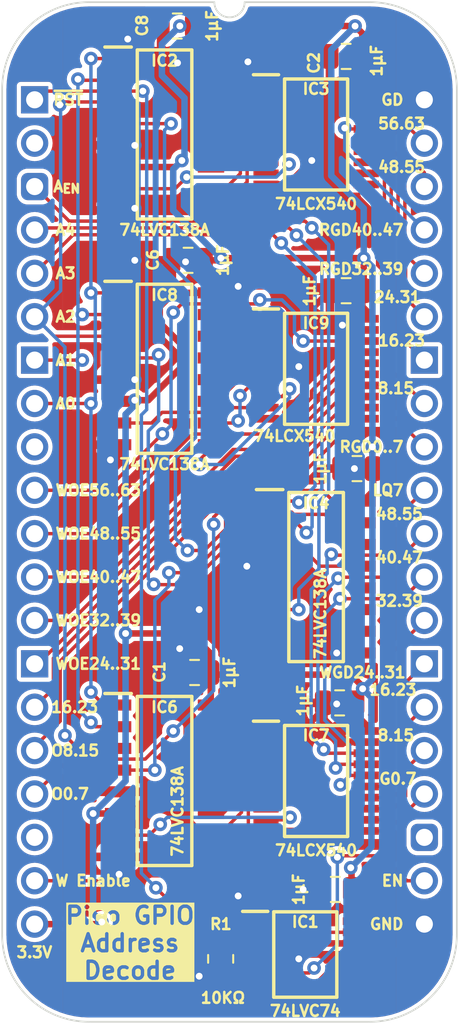
<source format=kicad_pcb>
(kicad_pcb (version 20221018) (generator pcbnew)
  (layers (0 "F.Cu" signal) (31 "B.Cu" signal) (34 "B.Paste" user) (35 "F.Paste" user) (36 "B.SilkS" user "B.Silkscreen") (37 "F.SilkS" user "F.Silkscreen") (38 "B.Mask" user) (39 "F.Mask" user) (44 "Edge.Cuts" user))
  (net 0 "")
  (net 1 "/GND")
  (net 2 "/3.3V")
  (net 3 "/~{Reset}")
  (net 4 "/Enable")
  (net 8 "/A0")
  (net 9 "/A1")
  (net 10 "/A2")
  (net 11 "Net-(IC2-~{E1})")
  (net 12 "Net-(IC2-~{Y7})")
  (net 13 "Net-(IC2-~{Y6})")
  (net 14 "Net-(IC2-~{Y5})")
  (net 15 "Net-(IC2-~{Y4})")
  (net 16 "Net-(IC2-~{Y3})")
  (net 17 "Net-(IC2-~{Y2})")
  (net 18 "Net-(IC2-~{Y1})")
  (net 19 "Net-(IC2-~{Y0})")
  (net 20 "/Read GD _{0..7}")
  (net 21 "/Read GD _{8..15}")
  (net 22 "/Read GD _{16..23}")
  (net 23 "/Read GD _{24..31}")
  (net 24 "/Read GD _{32..39}")
  (net 25 "/Read GD _{40..47}")
  (net 26 "/Read GD _{48..55}")
  (net 27 "/Read GD _{56..63}")
  (net 28 "/A3")
  (net 29 "/A4")
  (net 30 "/A_{Enable}")
  (net 36 "Net-(IC4-~{Y2})")
  (net 37 "Net-(IC4-~{Y1})")
  (net 38 "Net-(IC6-~{Y7})")
  (net 39 "Net-(IC6-~{Y6})")
  (net 40 "Net-(IC6-~{Y5})")
  (net 41 "Net-(IC6-~{Y4})")
  (net 42 "Net-(IC6-~{Y3})")
  (net 43 "Net-(IC6-~{Y2})")
  (net 44 "Net-(IC6-~{Y1})")
  (net 45 "Net-(IC6-~{Y0})")
  (net 46 "/Write GD _{0..7}")
  (net 47 "/Write GD _{8..15}")
  (net 48 "/Write GD _{16..23}")
  (net 49 "/Write GD _{24..31}")
  (net 50 "/Write GD _{32..39}")
  (net 51 "/Write GD _{40..47}")
  (net 52 "/Write GD _{48..55}")
  (net 53 "/Write GD _{56..63}")
  (net 54 "Net-(IC8-~{Y7})")
  (net 55 "Net-(IC8-~{Y6})")
  (net 56 "Net-(IC8-~{Y5})")
  (net 57 "Net-(IC8-~{Y4})")
  (net 58 "Net-(IC8-~{Y3})")
  (net 59 "Net-(IC8-~{Y2})")
  (net 60 "Net-(IC8-~{Y1})")
  (net 61 "Net-(IC8-~{Y0})")
  (net 62 "/Write OE _{0..7}")
  (net 63 "/Write OE _{8..15}")
  (net 64 "/Write OE _{16..23}")
  (net 65 "/Write OE _{24..31}")
  (net 66 "/Write OE _{32..39}")
  (net 67 "/Write OE _{40..47}")
  (net 68 "/Write OE _{48..55}")
  (net 69 "/Write OE _{56..63}")
  (net 74 "/Write Enable")
  (footprint "SamacSys_Parts:R_0805" (layer "F.Cu") (at 125.222 103.632)
    (fp_text reference "R1")
    (fp_text value "10KΩ")
  )
  (footprint "SamacSys_Parts:DIP-40_Board_W22.86mm" (layer "F.Cu") (at 114.3 53.34)
    (fp_text reference "J1" hide)
    (fp_text value "Conn_02x20_Counter_Clockwise")
    (fp_line (start -1.905 -0.635) (end -1.905 48.895) (stroke (width 0.1)) (layer "Edge.Cuts"))
    (fp_line (start 10.541 -5.715) (end 3.175 -5.715) (stroke (width 0.1)) (layer "Edge.Cuts"))
    (fp_line (start 19.685 -5.715) (end 12.319 -5.715) (stroke (width 0.1)) (layer "Edge.Cuts"))
    (fp_line (start 19.685 53.975) (end 3.175 53.975) (stroke (width 0.1)) (layer "Edge.Cuts"))
    (fp_line (start 24.765 48.895) (end 24.765 -0.635) (stroke (width 0.1)) (layer "Edge.Cuts"))
    (fp_arc (start -1.905 -0.635) (mid -0.417102 -4.227102) (end 3.175 -5.715) (stroke (width 0.1)) (layer "Edge.Cuts"))
    (fp_arc (start 3.175 53.975) (mid -0.417102 52.487102) (end -1.905 48.895) (stroke (width 0.1)) (layer "Edge.Cuts"))
    (fp_arc (start 12.319 -5.715) (mid 11.43 -4.826) (end 10.541 -5.715) (stroke (width 0.1)) (layer "Edge.Cuts"))
    (fp_arc (start 19.685 -5.715) (mid 23.277102 -4.227102) (end 24.765 -0.635) (stroke (width 0.1)) (layer "Edge.Cuts"))
    (fp_arc (start 24.765 48.895) (mid 23.277102 52.487102) (end 19.685 53.975) (stroke (width 0.1)) (layer "Edge.Cuts"))
  )
  (footprint "SamacSys_Parts:SOP65P640X110-14N" (layer "F.Cu") (at 130.175 103.378)
    (fp_text reference "IC1")
    (fp_text value "74LVC74APW,118" hide)
  )
  (footprint "SamacSys_Parts:C_0805" (layer "F.Cu") (at 133.223 74.93 90)
    (fp_text reference "C5" hide)
    (fp_text value "1μF")
  )
  (footprint "SamacSys_Parts:SOP65P640X120-20N" (layer "F.Cu") (at 130.81 55.372)
    (fp_text reference "IC3")
    (fp_text value "74LCX540FT" hide)
  )
  (footprint "SamacSys_Parts:C_0805" (layer "F.Cu") (at 122.682 49.022 90)
    (fp_text reference "C8")
    (fp_text value "1μF")
  )
  (footprint "SamacSys_Parts:C_0805" (layer "F.Cu") (at 123.317 62.738 90)
    (fp_text reference "C6")
    (fp_text value "1μF")
  )
  (footprint "SamacSys_Parts:C_0805" (layer "F.Cu") (at 132.207 88.646 90)
    (fp_text reference "C4" hide)
    (fp_text value "1μF")
  )
  (footprint "SamacSys_Parts:SOIC127P600X175-16N" (layer "F.Cu") (at 121.92 55.372)
    (fp_text reference "IC2")
    (fp_text value "74LVC138AD-Q100J" hide)
  )
  (footprint "SamacSys_Parts:C_0805" (layer "F.Cu") (at 132.588 50.8 90)
    (fp_text reference "C2")
    (fp_text value "1μF")
  )
  (footprint "SamacSys_Parts:SOIC127P600X175-16N" (layer "F.Cu") (at 121.92 69.088)
    (fp_text reference "IC8")
    (fp_text value "74LVC138AD-Q100J" hide)
  )
  (footprint "SamacSys_Parts:C_0805" (layer "F.Cu") (at 123.698 86.868 90)
    (fp_text reference "C1")
    (fp_text value "1μF")
  )
  (footprint "SamacSys_Parts:C_0805" (layer "F.Cu") (at 132.588 64.516 90)
    (fp_text reference "C7" hide)
    (fp_text value "1μF")
  )
  (footprint "SamacSys_Parts:SOIC127P600X175-16N" (layer "F.Cu") (at 121.92 93.218)
    (fp_text reference "IC6")
    (fp_text value "74LVC138AD-Q100J" hide)
  )
  (footprint "SamacSys_Parts:SOP65P640X120-20N" (layer "F.Cu") (at 130.81 69.088)
    (fp_text reference "IC9")
    (fp_text value "74LCX540FT" hide)
  )
  (footprint "SamacSys_Parts:SOIC127P600X175-16N" (layer "F.Cu") (at 130.81 81.28)
    (fp_text reference "IC4")
    (fp_text value "74LVC138AD-Q100J" hide)
  )
  (footprint "SamacSys_Parts:C_0805" (layer "F.Cu") (at 131.953 99.568 90)
    (fp_text reference "C3" hide)
    (fp_text value "1μF")
  )
  (footprint "SamacSys_Parts:SOP65P640X120-20N" (layer "F.Cu") (at 130.81 93.218)
    (fp_text reference "IC7")
    (fp_text value "74LCX540FT" hide)
  )
  (gr_text "WGD24..31" (at 136.144 86.868) (layer "F.SilkS") (effects (font (size 0.635 0.635) (thickness 0.15) bold) (justify right)))
  (gr_text "LQ7" (at 136.017 76.2) (layer "F.SilkS") (effects (font (size 0.635 0.635) (thickness 0.15) bold) (justify right)))
  (gr_text "40.47" (at 137.16 80.137) (layer "F.SilkS") (effects (font (size 0.635 0.635) (thickness 0.15) bold) (justify right)))
  (gr_text "48.55" (at 137.287 57.277) (layer "F.SilkS") (effects (font (size 0.635 0.635) (thickness 0.15) bold) (justify right)))
  (gr_text "8.15" (at 136.652 70.231) (layer "F.SilkS") (effects (font (size 0.635 0.635) (thickness 0.15) bold) (justify right)))
  (gr_text "16.23" (at 137.287 67.437) (layer "F.SilkS") (effects (font (size 0.635 0.635) (thickness 0.15) bold) (justify right)))
  (gr_text "A2" (at 115.443 66.04) (layer "F.SilkS") (effects (font (size 0.635 0.635) (thickness 0.15) bold) (justify left)))
  (gr_text "A0" (at 115.443 71.12) (layer "F.SilkS") (effects (font (size 0.635 0.635) (thickness 0.15) bold) (justify left)))
  (gr_text "WOE48..55" (at 115.443 78.74) (layer "F.SilkS") (effects (font (size 0.635 0.635) (thickness 0.15) bold) (justify left)))
  (gr_text "A4" (at 115.443 60.96) (layer "F.SilkS") (effects (font (size 0.635 0.635) (thickness 0.15) bold) (justify left)))
  (gr_text "WOE32..39" (at 115.443 83.82) (layer "F.SilkS") (effects (font (size 0.635 0.635) (thickness 0.15) bold) (justify left)))
  (gr_text "Pico GPIO\nAddress\nDecode" (at 119.888 104.902) (layer "F.SilkS" knockout) (effects (font (size 1 1) (thickness 0.2) bold) (justify bottom)))
  (gr_text "RGD40..47" (at 136.017 60.96) (layer "F.SilkS") (effects (font (size 0.635 0.635) (thickness 0.15) bold) (justify right)))
  (gr_text "32.39" (at 137.16 82.677) (layer "F.SilkS") (effects (font (size 0.635 0.635) (thickness 0.15) bold) (justify right)))
  (gr_text "O8.15" (at 115.189 91.44) (layer "F.SilkS") (effects (font (size 0.635 0.635) (thickness 0.15) bold) (justify left)))
  (gr_text "W Enable" (at 115.443 99.06) (layer "F.SilkS") (effects (font (size 0.635 0.635) (thickness 0.15) bold) (justify left)))
  (gr_text "48.55" (at 137.16 77.597) (layer "F.SilkS") (effects (font (size 0.635 0.635) (thickness 0.15) bold) (justify right)))
  (gr_text "RGD0..7" (at 136.017 73.66) (layer "F.SilkS") (effects (font (size 0.635 0.635) (thickness 0.15) bold) (justify right)))
  (gr_text "G0.7" (at 136.779 93.091) (layer "F.SilkS") (effects (font (size 0.635 0.635) (thickness 0.15) bold) (justify right)))
  (gr_text "A_{EN}" (at 115.316 58.42) (layer "F.SilkS") (effects (font (size 0.635 0.635) (thickness 0.15) bold) (justify left)))
  (gr_text "WOE40..47" (at 115.443 81.28) (layer "F.SilkS") (effects (font (size 0.635 0.635) (thickness 0.15) bold) (justify left)))
  (gr_text "GD" (at 136.017 53.34) (layer "F.SilkS") (effects (font (size 0.635 0.635) (thickness 0.15) bold) (justify right)))
  (gr_text "A1" (at 115.443 68.58) (layer "F.SilkS") (effects (font (size 0.635 0.635) (thickness 0.15) bold) (justify left)))
  (gr_text "WOE56..63" (at 115.443 76.2) (layer "F.SilkS") (effects (font (size 0.635 0.635) (thickness 0.15) bold) (justify left)))
  (gr_text "~{RST}" (at 115.316 53.34) (layer "F.SilkS") (effects (font (size 0.635 0.635) (thickness 0.15) bold) (justify left)))
  (gr_text "EN" (at 136.017 99.06) (layer "F.SilkS") (effects (font (size 0.635 0.635) (thickness 0.15) bold) (justify right)))
  (gr_text "A3" (at 115.443 63.5) (layer "F.SilkS") (effects (font (size 0.635 0.635) (thickness 0.15) bold) (justify left)))
  (gr_text "24.31" (at 137.033 64.897) (layer "F.SilkS") (effects (font (size 0.635 0.635) (thickness 0.15) bold) (justify right)))
  (gr_text "WOE24..31" (at 115.443 86.36) (layer "F.SilkS") (effects (font (size 0.635 0.635) (thickness 0.15) bold) (justify left)))
  (gr_text "RGD32..39" (at 136.017 63.246) (layer "F.SilkS") (effects (font (size 0.635 0.635) (thickness 0.15) bold) (justify right)))
  (gr_text "16.23" (at 115.189 88.9) (layer "F.SilkS") (effects (font (size 0.635 0.635) (thickness 0.15) bold) (justify left)))
  (gr_text "O0.7" (at 115.189 93.98) (layer "F.SilkS") (effects (font (size 0.635 0.635) (thickness 0.15) bold) (justify left)))
  (gr_text "8.15" (at 136.652 90.551) (layer "F.SilkS") (effects (font (size 0.635 0.635) (thickness 0.15) bold) (justify right)))
  (gr_text "56.63" (at 137.287 54.737) (layer "F.SilkS") (effects (font (size 0.635 0.635) (thickness 0.15) bold) (justify right)))
  (gr_text "16.23" (at 136.779 87.884) (layer "F.SilkS") (effects (font (size 0.635 0.635) (thickness 0.15) bold) (justify right)))
  (gr_text "GND" (at 136.017 101.6) (layer "F.SilkS") (effects (font (size 0.635 0.635) (thickness 0.15) bold) (justify right)))
  (gr_text "3.3V" (at 113.157 103.251) (layer "F.SilkS") (effects (font (size 0.635 0.635) (thickness 0.15) bold) (justify left)))
  (segment (start 132.34975 66.53225) (end 131.622 65.8045) (width 0.38) (layer "F.Cu") (net 1))
  (segment (start 122.351 62.738) (end 120.173475 62.738) (width 0.38) (layer "F.Cu") (net 1))
  (segment (start 131.622 65.8045) (end 131.622 64.516) (width 0.38) (layer "F.Cu") (net 1))
  (segment (start 128.9645 72.013) (end 128.9995 71.978) (width 0.38) (layer "F.Cu") (net 1))
  (segment (start 128.9995 71.640229) (end 130.048001 70.591728) (width 0.38) (layer "F.Cu") (net 1))
  (segment (start 130.987 99.568) (end 130.048 99.568) (width 0.38) (layer "F.Cu") (net 1))
  (segment (start 119.195 73.972) (end 118.745 74.422) (width 0.38) (layer "F.Cu") (net 1))
  (segment (start 127.872 58.297) (end 129.154999 58.297) (width 0.38) (layer "F.Cu") (net 1))
  (segment (start 121.716 50.215008) (end 122.682 51.181008) (width 0.38) (layer "F.Cu") (net 1))
  (segment (start 122.732 86.868) (end 122.732 85.548) (width 0.38) (layer "F.Cu") (net 1))
  (segment (start 122.936 96.266) (end 121.539 97.663) (width 0.38) (layer "F.Cu") (net 1))
  (segment (start 122.351 62.738) (end 123.062988 62.738) (width 0.38) (layer "F.Cu") (net 1))
  (segment (start 128.085 85.725) (end 132.018048 85.725) (width 0.38) (layer "F.Cu") (net 1))
  (segment (start 131.064 53.059) (end 131.622 52.501) (width 0.38) (layer "F.Cu") (net 1))
  (segment (start 119.195 69.723) (end 120.173475 69.723) (width 0.38) (layer "F.Cu") (net 1))
  (segment (start 127.254 85.725) (end 124.714 83.185) (width 0.38) (layer "F.Cu") (net 1))
  (segment (start 133.113 103.378) (end 130.048 103.378) (width 0.38) (layer "F.Cu") (net 1))
  (segment (start 126.746 80.645) (end 128.085 80.645) (width 0.38) (layer "F.Cu") (net 1))
  (segment (start 130.048 96.274) (end 130.048 99.568) (width 0.38) (layer "F.Cu") (net 1))
  (segment (start 129.258 68.425) (end 129.793999 68.960999) (width 0.38) (layer "F.Cu") (net 1))
  (segment (start 130.048001 70.591728) (end 130.048001 69.215001) (width 0.38) (layer "F.Cu") (net 1))
  (segment (start 133.748 53.097) (end 136.917 53.097) (width 0.38) (layer "F.Cu") (net 1))
  (segment (start 130.048 103.378) (end 129.794 103.632) (width 0.38) (layer "F.Cu") (net 1))
  (segment (start 119.195 97.663) (end 119.195 98.621) (width 0.38) (layer "F.Cu") (net 1))
  (segment (start 122.936 94.488) (end 122.936 96.266) (width 0.38) (layer "F.Cu") (net 1))
  (segment (start 130.175 90.493) (end 130.175 95.885) (width 0.38) (layer "F.Cu") (net 1))
  (segment (start 132.257 74.93) (end 133.0575 74.93) (width 0.38) (layer "F.Cu") (net 1))
  (segment (start 121.539 97.663) (end 119.195 97.663) (width 0.38) (layer "F.Cu") (net 1))
  (segment (start 129.258 66.4315) (end 129.258 66.88) (width 0.38) (layer "F.Cu") (net 1))
  (segment (start 128.085 85.725) (end 127.254 85.725) (width 0.38) (layer "F.Cu") (net 1))
  (segment (start 119.195 59.817) (end 120.046475 59.817) (width 0.38) (layer "F.Cu") (net 1))
  (segment (start 121.716 49.022) (end 121.716 50.215008) (width 0.38) (layer "F.Cu") (net 1))
  (segment (start 126.619 99.568) (end 126.238 99.949) (width 0.38) (layer "F.Cu") (net 1))
  (segment (start 130.555999 56.896) (end 131.064 56.387999) (width 0.38) (layer "F.Cu") (net 1))
  (segment (start 128.085 79.375) (end 128.085 80.645) (width 0.38) (layer "F.Cu") (net 1))
  (segment (start 128.9995 71.978) (end 128.9995 71.640229) (width 0.38) (layer "F.Cu") (net 1))
  (segment (start 123.218 87.354) (end 123.218 92.936) (width 0.38) (layer "F.Cu") (net 1))
  (segment (start 132.6305 90.943) (end 131.241 89.5535) (width 0.38) (layer "F.Cu") (net 1))
  (segment (start 126.9365 98.679) (end 127.872 97.7435) (width 0.38) (layer "F.Cu") (net 1))
  (segment (start 132.6305 66.813) (end 132.34975 66.53225) (width 0.38) (layer "F.Cu") (net 1))
  (segment (start 131.622 52.501) (end 132.218 53.097) (width 0.38) (layer "F.Cu") (net 1))
  (segment (start 128.085 80.645) (end 128.085 81.915) (width 0.38) (layer "F.Cu") (net 1))
  (segment (start 130.048 99.568) (end 126.619 99.568) (width 0.38) (layer "F.Cu") (net 1))
  (segment (start 122.483 68.592614) (end 121.352614 69.723) (width 0.38) (layer "F.Cu") (net 1))
  (segment (start 124.0555 104.5445) (end 123.952 104.648) (width 0.38) (layer "F.Cu") (net 1))
  (segment (start 131.954248 88.646) (end 132.018 88.709752) (width 0.38) (layer "F.Cu") (net 1))
  (segment (start 123.218 92.936) (end 122.301 93.853) (width 0.38) (layer "F.Cu") (net 1))
  (segment (start 123.062988 62.738) (end 123.1515 62.826512) (width 0.38) (layer "F.Cu") (net 1))
  (segment (start 131.241 89.5535) (end 131.241 88.646) (width 0.38) (layer "F.Cu") (net 1))
  (segment (start 122.483 68.059461) (end 122.483 68.592614) (width 0.38) (layer "F.Cu") (net 1))
  (segment (start 120.046475 59.817) (end 120.173475 59.69) (width 0.38) (layer "F.Cu") (net 1))
  (segment (start 127.872 66.163) (end 128.9895 66.163) (width 0.38) (layer "F.Cu") (net 1))
  (segment (start 129.975 90.293) (end 130.175 90.493) (width 0.38) (layer "F.Cu") (net 1))
  (segment (start 122.351 62.738) (end 121.058 64.031) (width 0.38) (layer "F.Cu") (net 1))
  (segment (start 124.714 83.185) (end 123.952 83.185) (width 0.38) (layer "F.Cu") (net 1))
  (segment (start 129.917 96.143) (end 127.872 96.143) (width 0.38) (layer "F.Cu") (net 1))
  (segment (start 124.632 105.328) (end 123.952 104.648) (width 0.38) (layer "F.Cu") (net 1))
  (segment (start 133.748 66.813) (end 132.6305 66.813) (width 0.38) (layer "F.Cu") (net 1))
  (segment (start 127.872 51.325) (end 127.872 52.447) (width 0.38) (layer "F.Cu") (net 1))
  (segment (start 131.622 64.516) (end 129.258 66.88) (width 0.38) (layer "F.Cu") (net 1))
  (segment (start 130.175 95.885) (end 129.917 96.143) (width 0.38) (layer "F.Cu") (net 1))
  (segment (start 130.048001 69.215001) (end 129.793999 68.960999) (width 0.38) (layer "F.Cu") (net 1))
  (segment (start 122.732 85.548) (end 122.809 85.471) (width 0.38) (layer "F.Cu") (net 1))
  (segment (start 128.9895 66.163) (end 129.258 66.4315) (width 0.38) (layer "F.Cu") (net 1))
  (segment (start 129.975 90.293) (end 127.872 90.293) (width 0.38) (layer "F.Cu") (net 1))
  (segment (start 131.241 88.646) (end 131.954248 88.646) (width 0.38) (layer "F.Cu") (net 1))
  (segment (start 129.917 96.143) (end 130.048 96.274) (width 0.38) (layer "F.Cu") (net 1))
  (segment (start 119.195 73.533) (end 119.195 73.972) (width 0.38) (layer "F.Cu") (net 1))
  (segment (start 120.396 49.022) (end 119.761 49.657) (width 0.38) (layer "F.Cu") (net 1))
  (segment (start 126.238 64.262) (end 131.368 64.262) (width 0.38) (layer "F.Cu") (net 1))
  (segment (start 129.258 66.88) (end 129.258 68.425) (width 0.38) (layer "F.Cu") (net 1))
  (segment (start 122.301 93.853) (end 122.936 94.488) (width 0.38) (layer "F.Cu") (net 1))
  (segment (start 119.195 93.853) (end 122.301 93.853) (width 0.38) (layer "F.Cu") (net 1))
  (segment (start 119.761 49.657) (end 119.761 49.784) (width 0.38) (layer "F.Cu") (net 1))
  (segment (start 127.872 97.7435) (end 127.872 96.143) (width 0.38) (layer "F.Cu") (net 1))
  (segment (start 125.212 104.5445) (end 124.0555 104.5445) (width 0.38) (layer "F.Cu") (net 1))
  (segment (start 131.064 56.387999) (end 131.064 53.059) (width 0.38) (layer "F.Cu") (net 1))
  (segment (start 133.748 90.943) (end 132.6305 90.943) (width 0.38) (layer "F.Cu") (net 1))
  (segment (start 127.872 72.013) (end 128.9645 72.013) (width 0.38) (layer "F.Cu") (net 1))
  (segment (start 119.253 98.679) (end 126.9365 98.679) (width 0.38) (layer "F.Cu") (net 1))
  (segment (start 122.936 87.072) (end 123.218 87.354) (width 0.38) (layer "F.Cu") (net 1))
  (segment (start 129.154999 58.297) (end 130.555999 56.896) (width 0.38) (layer "F.Cu") (net 1))
  (segment (start 128.397 50.8) (end 127.872 51.325) (width 0.38) (layer "F.Cu") (net 1))
  (segment (start 127.237 105.328) (end 124.632 105.328) (width 0.38) (layer "F.Cu") (net 1))
  (segment (start 127.664503 51.117503) (end 126.809497 51.117503) (width 0.38) (layer "F.Cu") (net 1))
  (segment (start 119.195 98.621) (end 119.253 98.679) (width 0.38) (layer "F.Cu") (net 1))
  (segment (start 121.058 66.634461) (end 122.483 68.059461) (width 0.38) (layer "F.Cu") (net 1))
  (segment (start 132.218 53.097) (end 133.748 53.097) (width 0.38) (layer "F.Cu") (net 1))
  (segment (start 131.241 89.027) (end 129.975 90.293) (width 0.38) (layer "F.Cu") (net 1))
  (segment (start 121.716 49.022) (end 120.396 49.022) (width 0.38) (layer "F.Cu") (net 1))
  (segment (start 131.622 50.8) (end 128.397 50.8) (width 0.38) (layer "F.Cu") (net 1))
  (segment (start 121.352614 69.723) (end 120.173475 69.723) (width 0.38) (layer "F.Cu") (net 1))
  (segment (start 119.195 56.007) (end 120.173475 56.007) (width 0.38) (layer "F.Cu") (net 1))
  (segment (start 121.058 64.031) (end 121.058 66.634461) (width 0.38) (layer "F.Cu") (net 1))
  (segment (start 127.872 51.325) (end 127.664503 51.117503) (width 0.38) (layer "F.Cu") (net 1))
  (segment (start 131.622 50.8) (end 131.622 52.501) (width 0.38) (layer "F.Cu") (net 1))
  (via (at 132.018 88.709752) (size 0.8) (drill 0.4) (layers "F.Cu" "B.Cu") (net 1))
  (via (at 126.238 64.262) (size 0.8) (drill 0.4) (layers "F.Cu" "B.Cu") (net 1))
  (via (at 133.0575 74.93) (size 0.8) (drill 0.4) (layers "F.Cu" "B.Cu") (net 1))
  (via (at 120.173475 62.738) (size 0.8) (drill 0.4) (layers "F.Cu" "B.Cu") (net 1))
  (via (at 132.34975 66.53225) (size 0.8) (drill 0.4) (layers "F.Cu" "B.Cu") (net 1))
  (via (at 126.746 80.645) (size 0.8) (drill 0.4) (layers "F.Cu" "B.Cu") (net 1))
  (via (at 122.682 51.181008) (size 0.8) (drill 0.4) (layers "F.Cu" "B.Cu") (net 1))
  (via (at 122.809 85.471) (size 0.8) (drill 0.4) (layers "F.Cu" "B.Cu") (net 1))
  (via (at 123.952 104.648) (size 0.8) (drill 0.4) (layers "F.Cu" "B.Cu") (net 1))
  (via (at 126.809497 51.117503) (size 0.8) (drill 0.4) (layers "F.Cu" "B.Cu") (net 1))
  (via (at 119.761 49.784) (size 0.8) (drill 0.4) (layers "F.Cu" "B.Cu") (net 1))
  (via (at 126.238 99.949) (size 0.8) (drill 0.4) (layers "F.Cu" "B.Cu") (net 1))
  (via (at 120.173475 59.69) (size 0.8) (drill 0.4) (layers "F.Cu" "B.Cu") (net 1))
  (via (at 129.793999 68.960999) (size 0.8) (drill 0.4) (layers "F.Cu" "B.Cu") (net 1))
  (via (at 120.173475 56.007) (size 0.8) (drill 0.4) (layers "F.Cu" "B.Cu") (net 1))
  (via (at 130.555999 56.896) (size 0.8) (drill 0.4) (layers "F.Cu" "B.Cu") (net 1))
  (via (at 118.745 74.422) (size 0.8) (drill 0.4) (layers "F.Cu" "B.Cu") (net 1))
  (via (at 132.018048 85.725) (size 0.8) (drill 0.4) (layers "F.Cu" "B.Cu") (net 1))
  (via (at 130.048 99.568) (size 0.8) (drill 0.4) (layers "F.Cu" "B.Cu") (net 1))
  (via (at 119.253 98.679) (size 0.8) (drill 0.4) (layers "F.Cu" "B.Cu") (net 1))
  (via (at 120.173475 69.723) (size 0.8) (drill 0.4) (layers "F.Cu" "B.Cu") (net 1))
  (via (at 123.952 83.185) (size 0.8) (drill 0.4) (layers "F.Cu" "B.Cu") (net 1))
  (via (at 123.1515 62.826512) (size 0.8) (drill 0.4) (layers "F.Cu" "B.Cu") (net 1))
  (via (at 129.794 103.632) (size 0.8) (drill 0.4) (layers "F.Cu" "B.Cu") (net 1))
  (segment (start 130.175 99.695) (end 130.175 103.251) (width 0.38) (layer "B.Cu") (net 1))
  (segment (start 121.285 100.711) (end 125.476 100.711) (width 0.38) (layer "B.Cu") (net 1))
  (segment (start 126.238 101.727) (end 123.952 104.013) (width 0.38) (layer "B.Cu") (net 1))
  (segment (start 137.16 101.6) (end 133.604 105.156) (width 0.38) (layer "B.Cu") (net 1))
  (segment (start 133.0575 74.93) (end 133.151 75.0235) (width 0.38) (layer "B.Cu") (net 1))
  (segment (start 119.761 56.419475) (end 119.761 59.277525) (width 0.38) (layer "B.Cu") (net 1))
  (segment (start 124.226 63.901012) (end 124.586988 64.262) (width 0.38) (layer "B.Cu") (net 1))
  (segment (start 118.745 71.12) (end 120.142 69.723) (width 0.38) (layer "B.Cu") (net 1))
  (segment (start 123.063 74.479964) (end 124.226 73.316964) (width 0.38) (layer "B.Cu") (net 1))
  (segment (start 124.226 73.316964) (end 124.226 63.901012) (width 0.38) (layer "B.Cu") (net 1))
  (segment (start 132.018048 85.725) (end 132.018048 88.709704) (width 0.38) (layer "B.Cu") (net 1))
  (segment (start 119.634 49.911) (end 119.634 55.467525) (width 0.38) (layer "B.Cu") (net 1))
  (segment (start 119.634 55.467525) (end 120.173475 56.007) (width 0.38) (layer "B.Cu") (net 1))
  (segment (start 133.0575 74.93) (end 132.34975 74.22225) (width 0.38) (layer "B.Cu") (net 1))
  (segment (start 133.477 90.168752) (end 132.018 88.709752) (width 0.38) (layer "B.Cu") (net 1))
  (segment (start 124.054225 78.969225) (end 123.063 77.978) (width 0.38) (layer "B.Cu") (net 1))
  (segment (start 126.238 99.949) (end 126.238 101.727) (width 0.38) (layer "B.Cu") (net 1))
  (segment (start 130.048 99.568) (end 130.048 98.044) (width 0.38) (layer "B.Cu") (net 1))
  (segment (start 125.476 100.711) (end 126.238 99.949) (width 0.38) (layer "B.Cu") (net 1))
  (segment (start 120.142 69.723) (end 120.173475 69.723) (width 0.38) (layer "B.Cu") (net 1))
  (segment (start 130.048 99.568) (end 130.175 99.695) (width 0.38) (layer "B.Cu") (net 1))
  (segment (start 130.175 103.251) (end 129.794 103.632) (width 0.38) (layer "B.Cu") (net 1))
  (segment (start 133.151 82.876) (end 132.018048 84.008952) (width 0.38) (layer "B.Cu") (net 1))
  (segment (start 120.269 62.642475) (end 120.173475 62.738) (width 0.38) (layer "B.Cu") (net 1))
  (segment (start 120.173475 56.007) (end 119.761 56.419475) (width 0.38) (layer "B.Cu") (net 1))
  (segment (start 123.952 83.185) (end 124.054225 83.082775) (width 0.38) (layer "B.Cu") (net 1))
  (segment (start 122.809 85.471) (end 123.952 84.328) (width 0.38) (layer "B.Cu") (net 1))
  (segment (start 119.253 98.679) (end 121.285 100.711) (width 0.38) (layer "B.Cu") (net 1))
  (segment (start 133.604 105.156) (end 130.048 105.156) (width 0.38) (layer "B.Cu") (net 1))
  (segment (start 124.054225 83.082775) (end 124.054225 78.969225) (width 0.38) (layer "B.Cu") (net 1))
  (segment (start 132.34975 59.95975) (end 130.555999 58.165999) (width 0.38) (layer "B.Cu") (net 1))
  (segment (start 130.048 73.66) (end 130.048 69.215) (width 0.38) (layer "B.Cu") (net 1))
  (segment (start 133.151 75.0235) (end 133.151 82.876) (width 0.38) (layer "B.Cu") (net 1))
  (segment (start 123.063 77.978) (end 123.063 74.479964) (width 0.38) (layer "B.Cu") (net 1))
  (segment (start 119.761 49.784) (end 119.634 49.911) (width 0.38) (layer "B.Cu") (net 1))
  (segment (start 126.746 80.645) (end 126.746 76.962) (width 0.38) (layer "B.Cu") (net 1))
  (segment (start 123.952 84.328) (end 123.952 83.185) (width 0.38) (layer "B.Cu") (net 1))
  (segment (start 132.018048 84.008952) (end 132.018048 85.725) (width 0.38) (layer "B.Cu") (net 1))
  (segment (start 133.477 94.615) (end 133.477 90.168752) (width 0.38) (layer "B.Cu") (net 1))
  (segment (start 130.555999 58.165999) (end 130.555999 56.896) (width 0.38) (layer "B.Cu") (net 1))
  (segment (start 120.269 59.785525) (end 120.269 62.642475) (width 0.38) (layer "B.Cu") (net 1))
  (segment (start 130.048 98.044) (end 133.477 94.615) (width 0.38) (layer "B.Cu") (net 1))
  (segment (start 129.794 104.902) (end 129.794 103.632) (width 0.38) (layer "B.Cu") (net 1))
  (segment (start 118.745 74.422) (end 118.745 71.12) (width 0.38) (layer "B.Cu") (net 1))
  (segment (start 130.048 105.156) (end 129.794 104.902) (width 0.38) (layer "B.Cu") (net 1))
  (segment (start 120.173475 59.69) (end 120.269 59.785525) (width 0.38) (layer "B.Cu") (net 1))
  (segment (start 119.761 59.277525) (end 120.173475 59.69) (width 0.38) (layer "B.Cu") (net 1))
  (segment (start 124.586988 64.262) (end 126.238 64.262) (width 0.38) (layer "B.Cu") (net 1))
  (segment (start 123.952 104.013) (end 123.952 104.648) (width 0.38) (layer "B.Cu") (net 1))
  (segment (start 130.048 69.215) (end 129.793999 68.960999) (width 0.38) (layer "B.Cu") (net 1))
  (segment (start 126.746 76.962) (end 130.048 73.66) (width 0.38) (layer "B.Cu") (net 1))
  (segment (start 132.34975 74.22225) (end 132.34975 66.53225) (width 0.38) (layer "B.Cu") (net 1))
  (segment (start 126.809497 51.117503) (end 126.492 51.435) (width 0.38) (layer "B.Cu") (net 1))
  (segment (start 124.226 63.901012) (end 123.1515 62.826512) (width 0.38) (layer "B.Cu") (net 1))
  (segment (start 132.34975 66.53225) (end 132.34975 59.95975) (width 0.38) (layer "B.Cu") (net 1))
  (segment (start 126.492 51.435) (end 122.935992 51.435) (width 0.38) (layer "B.Cu") (net 1))
  (segment (start 132.018048 88.709704) (end 132.018 88.709752) (width 0.38) (layer "B.Cu") (net 1))
  (segment (start 122.935992 51.435) (end 122.682 51.181008) (width 0.38) (layer "B.Cu") (net 1))
  (segment (start 124.251 63.545) (end 124.251 62.738) (width 0.38) (layer "F.Cu") (net 2))
  (segment (start 122.555 57.277) (end 122.936 56.896) (width 0.38) (layer "F.Cu") (net 2))
  (segment (start 119.195 57.277) (end 122.555 57.277) (width 0.38) (layer "F.Cu") (net 2))
  (segment (start 134.8755 102.693) (end 134.8405 102.728) (width 0.38) (layer "F.Cu") (net 2))
  (segment (start 122.8155 49.022) (end 123.616 49.022) (width 0.38) (layer "F.Cu") (net 2))
  (segment (start 133.522 50.8) (end 133.522 51.734) (width 0.38) (layer "F.Cu") (net 2))
  (segment (start 134.8755 102.8715) (end 134.732 102.728) (width 0.38) (layer "F.Cu") (net 2))
  (segment (start 123.571 50.927) (end 123.571 49.067) (width 0.38) (layer "F.Cu") (net 2))
  (segment (start 130.032903 105.943) (end 122.706988 105.943) (width 0.38) (layer "F.Cu") (net 2))
  (segment (start 132.887 99.568) (end 132.887 98.343) (width 0.38) (layer "F.Cu") (net 2))
  (segment (start 127.237 102.078) (end 128.3295 102.078) (width 0.38) (layer "F.Cu") (net 2))
  (segment (start 133.748 65.676) (end 133.522 65.45) (width 0.38) (layer "F.Cu") (net 2))
  (segment (start 124.632 86.868) (end 124.632 88.76) (width 0.38) (layer "F.Cu") (net 2))
  (segment (start 123.444 84.582) (end 124.632 85.77) (width 0.38) (layer "F.Cu") (net 2))
  (segment (start 123.063 67.819217) (end 123.063 68.832858) (width 0.38) (layer "F.Cu") (net 2))
  (segment (start 133.604 62.611) (end 125.22199 62.611) (width 0.38) (layer "F.Cu") (net 2))
  (segment (start 123.063 68.832858) (end 120.969072 70.926786) (width 0.38) (layer "F.Cu") (net 2))
  (segment (start 133.35 88.011) (end 133.5405 87.8205) (width 0.38) (layer "F.Cu") (net 2))
  (segment (start 128.3795 102.728) (end 128.3645 102.743) (width 0.38) (layer "F.Cu") (net 2))
  (segment (start 134.112 73.66) (end 134.112 74.885) (width 0.38) (layer "F.Cu") (net 2))
  (segment (start 120.107261 70.993) (end 120.173475 70.926786) (width 0.38) (layer "F.Cu") (net 2))
  (segment (start 134.8655 101.428) (end 134.8755 101.438) (width 0.38) (layer "F.Cu") (net 2))
  (segment (start 133.604 64.434) (end 133.604 62.611) (width 0.38) (layer "F.Cu") (net 2))
  (segment (start 133.113 102.728) (end 128.3795 102.728) (width 0.38) (layer "F.Cu") (net 2))
  (segment (start 118.109988 101.6) (end 118.236988 101.473) (width 0.38) (layer "F.Cu") (net 2))
  (segment (start 124.645 63.939) (end 124.251 63.545) (width 0.38) (layer "F.Cu") (net 2))
  (segment (start 132.887 98.343) (end 132.842 98.298) (width 0.38) (layer "F.Cu") (net 2))
  (segment (start 128.3645 102.743) (end 128.3645 103.368) (width 0.38) (layer "F.Cu") (net 2))
  (segment (start 133.113 101.428) (end 133.113 99.794) (width 0.38) (layer "F.Cu") (net 2))
  (segment (start 133.096 49.022) (end 133.522 49.448) (width 0.38) (layer "F.Cu") (net 2))
  (segment (start 122.453771 64.643) (end 121.638 65.458771) (width 0.38) (layer "F.Cu") (net 2))
  (segment (start 119.195 70.993) (end 120.107261 70.993) (width 0.38) (layer "F.Cu") (net 2))
  (segment (start 123.616 49.022) (end 133.096 49.022) (width 0.38) (layer "F.Cu") (net 2))
  (segment (start 132.842 86.995) (end 133.5405 87.6935) (width 0.38) (layer "F.Cu") (net 2))
  (segment (start 124.645 64.643) (end 124.645 63.939) (width 0.38) (layer "F.Cu") (net 2))
  (segment (start 124.251 62.738) (end 125.09499 62.738) (width 0.38) (layer "F.Cu") (net 2))
  (segment (start 133.367 89.552) (end 133.367 88.872) (width 0.38) (layer "F.Cu") (net 2))
  (segment (start 128.3645 103.368) (end 128.3545 103.378) (width 0.38) (layer "F.Cu") (net 2))
  (segment (start 133.522 65.45) (end 133.522 64.516) (width 0.38) (layer "F.Cu") (net 2))
  (segment (start 121.638 65.458771) (end 121.638 66.394217) (width 0.38) (layer "F.Cu") (net 2))
  (segment (start 122.706988 105.943) (end 118.236988 101.473) (width 0.38) (layer "F.Cu") (net 2))
  (segment (start 133.113 101.428) (end 134.8655 101.428) (width 0.38) (layer "F.Cu") (net 2))
  (segment (start 117.729 95.123) (end 119.195 95.123) (width 0.38) (layer "F.Cu") (net 2))
  (segment (start 120.969072 70.926786) (end 120.173475 70.926786) (width 0.38) (layer "F.Cu") (net 2))
  (segment (start 134.732 102.728) (end 134.493 102.728) (width 0.38) (layer "F.Cu") (net 2))
  (segment (start 128.3295 102.078) (end 128.3795 102.128) (width 0.38) (layer "F.Cu") (net 2))
  (segment (start 133.748 66.163) (end 133.748 65.676) (width 0.38) (layer "F.Cu") (net 2))
  (segment (start 119.634 84.582) (end 123.444 84.582) (width 0.38) (layer "F.Cu") (net 2))
  (segment (start 125.09499 62.738) (end 125.22199 62.611) (width 0.38) (layer "F.Cu") (net 2))
  (segment (start 128.3795 102.128) (end 128.3795 102.728) (width 0.38) (layer "F.Cu") (net 2))
  (segment (start 134.493 102.728) (end 133.113 102.728) (width 0.38) (layer "F.Cu") (net 2))
  (segment (start 134.8405 102.728) (end 134.493 102.728) (width 0.38) (layer "F.Cu") (net 2))
  (segment (start 133.098 104.013) (end 134.8555 104.013) (width 0.38) (layer "F.Cu") (net 2))
  (segment (start 121.638 66.394217) (end 123.063 67.819217) (width 0.38) (layer "F.Cu") (net 2))
  (segment (start 134.8755 101.438) (end 134.8755 102.693) (width 0.38) (layer "F.Cu") (net 2))
  (segment (start 128.3545 103.378) (end 127.237 103.378) (width 0.38) (layer "F.Cu") (net 2))
  (segment (start 133.522 49.448) (end 133.522 50.8) (width 0.38) (layer "F.Cu") (net 2))
  (segment (start 133.748 89.933) (end 133.367 89.552) (width 0.38) (layer "F.Cu") (net 2))
  (segment (start 124.632 85.77) (end 124.632 86.868) (width 0.38) (layer "F.Cu") (net 2))
  (segment (start 133.748 90.293) (end 133.748 89.933) (width 0.38) (layer "F.Cu") (net 2))
  (segment (start 114.3 101.6) (end 118.109988 101.6) (width 0.38) (layer "F.Cu") (net 2))
  (segment (start 133.567 76.835) (end 134.157 76.245) (width 0.38) (layer "F.Cu") (net 2))
  (segment (start 124.759 86.995) (end 132.842 86.995) (width 0.38) (layer "F.Cu") (net 2))
  (segment (start 131.947903 104.028) (end 130.032903 105.943) (width 0.38) (layer "F.Cu") (net 2))
  (segment (start 124.645 50.927) (end 123.571 50.927) (width 0.38) (layer "F.Cu") (net 2))
  (segment (start 133.748 51.96) (end 133.748 52.447) (width 0.38) (layer "F.Cu") (net 2))
  (segment (start 133.522 51.734) (end 133.748 51.96) (width 0.38) (layer "F.Cu") (net 2))
  (segment (start 134.157 76.245) (end 134.157 74.93) (width 0.38) (layer "F.Cu") (net 2))
  (segment (start 134.8555 104.013) (end 134.8755 103.993) (width 0.38) (layer "F.Cu") (net 2))
  (segment (start 124.645 64.643) (end 122.453771 64.643) (width 0.38) (layer "F.Cu") (net 2))
  (segment (start 133.113 104.028) (end 131.947903 104.028) (width 0.38) (layer "F.Cu") (net 2))
  (segment (start 134.8755 103.993) (end 134.8755 102.8715) (width 0.38) (layer "F.Cu") (net 2))
  (segment (start 133.35 88.437) (end 133.35 88.011) (width 0.38) (layer "F.Cu") (net 2))
  (segment (start 133.5405 87.6935) (end 133.5405 87.8205) (width 0.38) (layer "F.Cu") (net 2))
  (via (at 122.936 56.896) (size 0.8) (drill 0.4) (layers "F.Cu" "B.Cu") (net 2))
  (via (at 133.5405 87.8205) (size 0.8) (drill 0.4) (layers "F.Cu" "B.Cu") (net 2))
  (via (at 120.173475 70.926786) (size 0.8) (drill 0.4) (layers "F.Cu" "B.Cu") (net 2))
  (via (at 118.236988 101.473) (size 0.8) (drill 0.4) (layers "F.Cu" "B.Cu") (net 2))
  (via (at 117.729 95.123) (size 0.8) (drill 0.4) (layers "F.Cu" "B.Cu") (net 2))
  (via (at 134.112 73.66) (size 0.8) (drill 0.4) (layers "F.Cu" "B.Cu") (net 2))
  (via (at 119.634 84.582) (size 0.8) (drill 0.4) (layers "F.Cu" "B.Cu") (net 2))
  (via (at 122.8155 49.022) (size 0.8) (drill 0.4) (layers "F.Cu" "B.Cu") (net 2))
  (via (at 132.842 98.298) (size 0.8) (drill 0.4) (layers "F.Cu" "B.Cu") (net 2))
  (via (at 133.604 62.611) (size 0.8) (drill 0.4) (layers "F.Cu" "B.Cu") (net 2))
  (via (at 133.096 49.022) (size 0.8) (drill 0.4) (layers "F.Cu" "B.Cu") (net 2))
  (via (at 125.22199 62.611) (size 0.8) (drill 0.4) (layers "F.Cu" "B.Cu") (net 2))
  (segment (start 122.428 57.404) (end 122.428 59.81701) (width 0.38) (layer "B.Cu") (net 2))
  (segment (start 121.765 51.915) (end 123.091 53.241) (width 0.38) (layer "B.Cu") (net 2))
  (segment (start 121.765 50.0725) (end 121.765 51.915) (width 0.38) (layer "B.Cu") (net 2))
  (segment (start 117.729 95.123) (end 119.634 93.218) (width 0.38) (layer "B.Cu") (net 2))
  (segment (start 134.057 88.337) (end 134.057 97.083) (width 0.38) (layer "B.Cu") (net 2))
  (segment (start 117.729 100.965012) (end 118.236988 101.473) (width 0.38) (layer "B.Cu") (net 2))
  (segment (start 134.112 73.66) (end 134.112 63.119) (width 0.38) (layer "B.Cu") (net 2))
  (segment (start 119.634 93.218) (end 119.634 84.582) (width 0.38) (layer "B.Cu") (net 2))
  (segment (start 119.634 84.582) (end 119.634 71.755) (width 0.38) (layer "B.Cu") (net 2))
  (segment (start 133.5405 87.8205) (end 134.057 88.337) (width 0.38) (layer "B.Cu") (net 2))
  (segment (start 134.112 87.249) (end 133.5405 87.8205) (width 0.38) (layer "B.Cu") (net 2))
  (segment (start 122.428 59.81701) (end 125.22199 62.611) (width 0.38) (layer "B.Cu") (net 2))
  (segment (start 131.699 57.785) (end 133.604 59.69) (width 0.38) (layer "B.Cu") (net 2))
  (segment (start 133.096 49.022) (end 131.699 50.419) (width 0.38) (layer "B.Cu") (net 2))
  (segment (start 133.604 59.69) (end 133.604 62.611) (width 0.38) (layer "B.Cu") (net 2))
  (segment (start 123.091 53.241) (end 123.091 56.741) (width 0.38) (layer "B.Cu") (net 2))
  (segment (start 134.112 73.66) (end 134.112 87.249) (width 0.38) (layer "B.Cu") (net 2))
  (segment (start 134.057 97.083) (end 132.842 98.298) (width 0.38) (layer "B.Cu") (net 2))
  (segment (start 131.699 50.419) (end 131.699 57.785) (width 0.38) (layer "B.Cu") (net 2))
  (segment (start 123.091 56.741) (end 122.936 56.896) (width 0.38) (layer "B.Cu") (net 2))
  (segment (start 134.112 63.119) (end 133.604 62.611) (width 0.38) (layer "B.Cu") (net 2))
  (segment (start 120.173475 71.215525) (end 120.173475 70.926786) (width 0.38) (layer "B.Cu") (net 2))
  (segment (start 117.729 95.123) (end 117.729 100.965012) (width 0.38) (layer "B.Cu") (net 2))
  (segment (start 122.936 56.896) (end 122.428 57.404) (width 0.38) (layer "B.Cu") (net 2))
  (segment (start 122.8155 49.022) (end 121.765 50.0725) (width 0.38) (layer "B.Cu") (net 2))
  (segment (start 119.634 71.755) (end 120.173475 71.215525) (width 0.38) (layer "B.Cu") (net 2))
  (segment (start 123.371 101.428) (end 121.412 99.469) (width 0.2) (layer "F.Cu") (net 3))
  (segment (start 114.808 52.832) (end 120.65 52.832) (width 0.2) (layer "F.Cu") (net 3))
  (segment (start 129.022464 102.078) (end 133.113 102.078) (width 0.2) (layer "F.Cu") (net 3))
  (segment (start 127.237 101.428) (end 123.371 101.428) (width 0.2) (layer "F.Cu") (net 3))
  (segment (start 128.372464 101.428) (end 129.022464 102.078) (width 0.2) (layer "F.Cu") (net 3))
  (segment (start 127.237 101.428) (end 128.372464 101.428) (width 0.2) (layer "F.Cu") (net 3))
  (via (at 120.65 52.832) (size 0.8) (drill 0.4) (layers "F.Cu" "B.Cu") (net 3))
  (via (at 121.412 99.469) (size 0.8) (drill 0.4) (layers "F.Cu" "B.Cu") (net 3))
  (segment (start 120.561524 71.788583) (end 120.561524 98.618524) (width 0.2) (layer "B.Cu") (net 3))
  (segment (start 120.561524 98.618524) (end 121.412 99.469) (width 0.2) (layer "B.Cu") (net 3))
  (segment (start 120.873475 71.476632) (end 120.561524 71.788583) (width 0.2) (layer "B.Cu") (net 3))
  (segment (start 120.65 52.832) (end 120.873475 53.055475) (width 0.2) (layer "B.Cu") (net 3))
  (segment (start 120.873475 53.055475) (end 120.873475 71.476632) (width 0.2) (layer "B.Cu") (net 3))
  (segment (start 127.237 104.028) (end 129.174 104.028) (width 0.2) (layer "F.Cu") (net 4))
  (segment (start 137.16 99.06) (end 136.144 99.06) (width 0.2) (layer "F.Cu") (net 4))
  (segment (start 130.401174 104.4575) (end 130.690674 104.168) (width 0.2) (layer "F.Cu") (net 4))
  (segment (start 132.137749 97.598) (end 132.056076 97.679673) (width 0.2) (layer "F.Cu") (net 4))
  (segment (start 134.682 97.598) (end 132.137749 97.598) (width 0.2) (layer "F.Cu") (net 4))
  (segment (start 136.144 99.06) (end 134.682 97.598) (width 0.2) (layer "F.Cu") (net 4))
  (segment (start 129.6035 104.4575) (end 130.401174 104.4575) (width 0.2) (layer "F.Cu") (net 4))
  (segment (start 129.174 104.028) (end 129.6035 104.4575) (width 0.2) (layer "F.Cu") (net 4))
  (via (at 132.056076 97.679673) (size 0.8) (drill 0.4) (layers "F.Cu" "B.Cu") (net 4))
  (via (at 130.690674 104.168) (size 0.8) (drill 0.4) (layers "F.Cu" "B.Cu") (net 4))
  (segment (start 132.056076 97.679673) (end 132.056076 102.802598) (width 0.2) (layer "B.Cu") (net 4))
  (segment (start 132.056076 102.802598) (end 130.690674 104.168) (width 0.2) (layer "B.Cu") (net 4))
  (segment (start 114.3 71.12) (end 117.602 71.12) (width 0.2) (layer "F.Cu") (net 8))
  (segment (start 119.195 88.773) (end 118.364 88.773) (width 0.2) (layer "F.Cu") (net 8))
  (segment (start 118.364 88.773) (end 117.602 88.011) (width 0.2) (layer "F.Cu") (net 8))
  (segment (start 117.602 64.643) (end 119.195 64.643) (width 0.2) (layer "F.Cu") (net 8))
  (segment (start 119.195 50.927) (end 117.602 50.927) (width 0.2) (layer "F.Cu") (net 8))
  (via (at 117.602 88.011) (size 0.8) (drill 0.4) (layers "F.Cu" "B.Cu") (net 8))
  (via (at 117.602 64.643) (size 0.8) (drill 0.4) (layers "F.Cu" "B.Cu") (net 8))
  (via (at 117.602 50.927) (size 0.8) (drill 0.4) (layers "F.Cu" "B.Cu") (net 8))
  (via (at 117.602 71.12) (size 0.8) (drill 0.4) (layers "F.Cu" "B.Cu") (net 8))
  (segment (start 117.602 64.643) (end 117.856 64.897) (width 0.2) (layer "B.Cu") (net 8))
  (segment (start 117.856 70.866) (end 117.602 71.12) (width 0.2) (layer "B.Cu") (net 8))
  (segment (start 117.602 71.12) (end 117.602 88.011) (width 0.2) (layer "B.Cu") (net 8))
  (segment (start 117.856 64.897) (end 117.856 70.866) (width 0.2) (layer "B.Cu") (net 8))
  (segment (start 117.602 50.927) (end 117.602 64.643) (width 0.2) (layer "B.Cu") (net 8))
  (segment (start 117.856 90.043) (end 117.602 89.789) (width 0.2) (layer "F.Cu") (net 9))
  (segment (start 119.195 65.913) (end 117.09399 65.913) (width 0.2) (layer "F.Cu") (net 9))
  (segment (start 116.905 52.197) (end 116.84 52.132) (width 0.2) (layer "F.Cu") (net 9))
  (segment (start 119.195 90.043) (end 117.856 90.043) (width 0.2) (layer "F.Cu") (net 9))
  (segment (start 119.195 52.197) (end 116.905 52.197) (width 0.2) (layer "F.Cu") (net 9))
  (segment (start 114.3 68.58) (end 117.094 68.58) (width 0.2) (layer "F.Cu") (net 9))
  (via (at 117.09399 65.913) (size 0.8) (drill 0.4) (layers "F.Cu" "B.Cu") (net 9))
  (via (at 117.094 68.58) (size 0.8) (drill 0.4) (layers "F.Cu" "B.Cu") (net 9))
  (via (at 116.84 52.132) (size 0.8) (drill 0.4) (layers "F.Cu" "B.Cu") (net 9))
  (via (at 117.602 89.789) (size 0.8) (drill 0.4) (layers "F.Cu" "B.Cu") (net 9))
  (segment (start 116.84 68.834) (end 116.84 89.027) (width 0.2) (layer "B.Cu") (net 9))
  (segment (start 116.84 66.16699) (end 116.84 68.326) (width 0.2) (layer "B.Cu") (net 9))
  (segment (start 116.84 89.027) (end 117.602 89.789) (width 0.2) (layer "B.Cu") (net 9))
  (segment (start 117.094 68.58) (end 116.84 68.834) (width 0.2) (layer "B.Cu") (net 9))
  (segment (start 116.84 68.326) (end 117.094 68.58) (width 0.2) (layer "B.Cu") (net 9))
  (segment (start 116.84 52.132) (end 116.84 65.65901) (width 0.2) (layer "B.Cu") (net 9))
  (segment (start 116.84 65.65901) (end 117.09399 65.913) (width 0.2) (layer "B.Cu") (net 9))
  (segment (start 117.09399 65.913) (end 116.84 66.16699) (width 0.2) (layer "B.Cu") (net 9))
  (segment (start 115.944962 53.467) (end 115.772593 53.639369) (width 0.2) (layer "F.Cu") (net 10))
  (segment (start 119.195 53.467) (end 115.944962 53.467) (width 0.2) (layer "F.Cu") (net 10))
  (segment (start 115.443 67.183) (end 114.3 66.04) (width 0.2) (layer "F.Cu") (net 10))
  (segment (start 119.195 67.183) (end 115.443 67.183) (width 0.2) (layer "F.Cu") (net 10))
  (segment (start 116.84 91.313) (end 116.078 90.551) (width 0.2) (layer "F.Cu") (net 10))
  (segment (start 119.195 91.313) (end 116.84 91.313) (width 0.2) (layer "F.Cu") (net 10))
  (via (at 115.772593 53.639369) (size 0.8) (drill 0.4) (layers "F.Cu" "B.Cu") (net 10))
  (via (at 116.078 90.551) (size 0.8) (drill 0.4) (layers "F.Cu" "B.Cu") (net 10))
  (segment (start 116.078 67.818) (end 116.078 90.551) (width 0.2) (layer "B.Cu") (net 10))
  (segment (start 115.824 64.516) (end 114.3 66.04) (width 0.2) (layer "B.Cu") (net 10))
  (segment (start 115.824 53.690776) (end 115.772593 53.639369) (width 0.2) (layer "B.Cu") (net 10))
  (segment (start 114.3 66.04) (end 116.078 67.818) (width 0.2) (layer "B.Cu") (net 10))
  (segment (start 115.824 53.690776) (end 115.824 64.516) (width 0.2) (layer "B.Cu") (net 10))
  (segment (start 119.195 54.737) (end 122.301 54.737) (width 0.2) (layer "F.Cu") (net 11))
  (segment (start 127.117 76.21) (end 125.499938 77.827062) (width 0.2) (layer "F.Cu") (net 11))
  (segment (start 133.085 78.105) (end 131.19 76.21) (width 0.2) (layer "F.Cu") (net 11))
  (segment (start 125.499938 77.827062) (end 125.499938 78.479274) (width 0.2) (layer "F.Cu") (net 11))
  (segment (start 124.255185 79.724027) (end 123.264577 79.724027) (width 0.2) (layer "F.Cu") (net 11))
  (segment (start 125.499938 78.479274) (end 124.255185 79.724027) (width 0.2) (layer "F.Cu") (net 11))
  (segment (start 131.19 76.21) (end 127.117 76.21) (width 0.2) (layer "F.Cu") (net 11))
  (via (at 123.264577 79.724027) (size 0.8) (drill 0.4) (layers "F.Cu" "B.Cu") (net 11))
  (via (at 122.301 54.737) (size 0.8) (drill 0.4) (layers "F.Cu" "B.Cu") (net 11))
  (segment (start 122.555 79.01445) (end 122.555 74.295) (width 0.2) (layer "B.Cu") (net 11))
  (segment (start 123.736 64.427) (end 121.92 62.611) (width 0.2) (layer "B.Cu") (net 11))
  (segment (start 121.92 55.118) (end 122.301 54.737) (width 0.2) (layer "B.Cu") (net 11))
  (segment (start 123.736 73.114) (end 123.736 64.427) (width 0.2) (layer "B.Cu") (net 11))
  (segment (start 122.555 74.295) (end 123.736 73.114) (width 0.2) (layer "B.Cu") (net 11))
  (segment (start 121.92 62.611) (end 121.92 55.118) (width 0.2) (layer "B.Cu") (net 11))
  (segment (start 123.264577 79.724027) (end 122.555 79.01445) (width 0.2) (layer "B.Cu") (net 11))
  (segment (start 127.872 57.647) (end 128.687769 57.647) (width 0.2) (layer "F.Cu") (net 12))
  (segment (start 128.687769 57.647) (end 129.227278 57.107491) (width 0.2) (layer "F.Cu") (net 12))
  (segment (start 122.536767 58.547) (end 123.218 57.865767) (width 0.2) (layer "F.Cu") (net 12))
  (segment (start 119.195 58.547) (end 122.536767 58.547) (width 0.2) (layer "F.Cu") (net 12))
  (via (at 123.218 57.865767) (size 0.8) (drill 0.4) (layers "F.Cu" "B.Cu") (net 12))
  (via (at 129.227278 57.107491) (size 0.8) (drill 0.4) (layers "F.Cu" "B.Cu") (net 12))
  (segment (start 128.469002 57.865767) (end 129.227278 57.107491) (width 0.2) (layer "B.Cu") (net 12))
  (segment (start 123.218 57.865767) (end 128.469002 57.865767) (width 0.2) (layer "B.Cu") (net 12))
  (segment (start 126.765 58.147) (end 126.765 57.1665) (width 0.2) (layer "F.Cu") (net 13))
  (segment (start 126.765 57.1665) (end 126.9345 56.997) (width 0.2) (layer "F.Cu") (net 13))
  (segment (start 126.9345 56.997) (end 127.872 56.997) (width 0.2) (layer "F.Cu") (net 13))
  (segment (start 125.095 59.817) (end 126.765 58.147) (width 0.2) (layer "F.Cu") (net 13))
  (segment (start 124.645 58.547) (end 125.476 58.547) (width 0.2) (layer "F.Cu") (net 14))
  (segment (start 125.476 58.547) (end 126.365 57.658) (width 0.2) (layer "F.Cu") (net 14))
  (segment (start 126.365 56.9165) (end 126.9345 56.347) (width 0.2) (layer "F.Cu") (net 14))
  (segment (start 126.365 57.658) (end 126.365 56.9165) (width 0.2) (layer "F.Cu") (net 14))
  (segment (start 126.9345 56.347) (end 127.872 56.347) (width 0.2) (layer "F.Cu") (net 14))
  (segment (start 125.152686 57.277) (end 126.732686 55.697) (width 0.2) (layer "F.Cu") (net 15))
  (segment (start 126.732686 55.697) (end 127.872 55.697) (width 0.2) (layer "F.Cu") (net 15))
  (segment (start 126.817 55.047) (end 127.872 55.047) (width 0.2) (layer "F.Cu") (net 16))
  (segment (start 125.857 56.007) (end 126.817 55.047) (width 0.2) (layer "F.Cu") (net 16))
  (segment (start 124.645 56.007) (end 125.857 56.007) (width 0.2) (layer "F.Cu") (net 16))
  (segment (start 124.645 54.737) (end 125.984 54.737) (width 0.2) (layer "F.Cu") (net 17))
  (segment (start 125.984 54.737) (end 126.324 54.397) (width 0.2) (layer "F.Cu") (net 17))
  (segment (start 126.324 54.397) (end 127.872 54.397) (width 0.2) (layer "F.Cu") (net 17))
  (segment (start 126.111 53.467) (end 126.391 53.747) (width 0.2) (layer "F.Cu") (net 18))
  (segment (start 124.645 53.467) (end 126.111 53.467) (width 0.2) (layer "F.Cu") (net 18))
  (segment (start 126.391 53.747) (end 127.872 53.747) (width 0.2) (layer "F.Cu") (net 18))
  (segment (start 126.503 53.097) (end 127.872 53.097) (width 0.2) (layer "F.Cu") (net 19))
  (segment (start 125.603 52.197) (end 126.503 53.097) (width 0.2) (layer "F.Cu") (net 19))
  (segment (start 124.645 52.197) (end 125.603 52.197) (width 0.2) (layer "F.Cu") (net 19))
  (segment (start 134.417001 59.487001) (end 133.748 58.818) (width 0.2) (layer "F.Cu") (net 20))
  (segment (start 134.417001 63.019744) (end 134.417001 59.487001) (width 0.2) (layer "F.Cu") (net 20))
  (segment (start 137.16 73.66) (end 134.7855 71.2855) (width 0.2) (layer "F.Cu") (net 20))
  (segment (start 134.7855 71.2855) (end 134.7855 63.388244) (width 0.2) (layer "F.Cu") (net 20))
  (segment (start 133.748 58.818) (end 133.748 58.297) (width 0.2) (layer "F.Cu") (net 20))
  (segment (start 134.7855 63.388244) (end 134.417001 63.019744) (width 0.2) (layer "F.Cu") (net 20))
  (segment (start 134.505258 57.647) (end 134.817001 57.958744) (width 0.2) (layer "F.Cu") (net 21))
  (segment (start 135.1855 63.222558) (end 135.1855 69.1455) (width 0.2) (layer "F.Cu") (net 21))
  (segment (start 133.748 57.647) (end 134.505258 57.647) (width 0.2) (layer "F.Cu") (net 21))
  (segment (start 134.817001 62.854059) (end 135.1855 63.222558) (width 0.2) (layer "F.Cu") (net 21))
  (segment (start 135.1855 69.1455) (end 137.16 71.12) (width 0.2) (layer "F.Cu") (net 21))
  (segment (start 134.817001 57.958744) (end 134.817001 62.854059) (width 0.2) (layer "F.Cu") (net 21))
  (segment (start 135.217001 62.688373) (end 135.5855 63.056872) (width 0.2) (layer "F.Cu") (net 22))
  (segment (start 135.128 57.436057) (end 135.217001 57.525058) (width 0.2) (layer "F.Cu") (net 22))
  (segment (start 134.6855 56.997) (end 135.124557 57.436057) (width 0.2) (layer "F.Cu") (net 22))
  (segment (start 135.124557 57.436057) (end 135.128 57.436057) (width 0.2) (layer "F.Cu") (net 22))
  (segment (start 135.5855 67.0055) (end 137.16 68.58) (width 0.2) (layer "F.Cu") (net 22))
  (segment (start 135.217001 57.525058) (end 135.217001 62.688373) (width 0.2) (layer "F.Cu") (net 22))
  (segment (start 133.748 56.997) (end 134.6855 56.997) (width 0.2) (layer "F.Cu") (net 22))
  (segment (start 135.5855 63.056872) (end 135.5855 67.0055) (width 0.2) (layer "F.Cu") (net 22))
  (segment (start 133.748 56.347) (end 134.601185 56.347) (width 0.2) (layer "F.Cu") (net 23))
  (segment (start 135.293686 57.036057) (end 135.617001 57.359373) (width 0.2) (layer "F.Cu") (net 23))
  (segment (start 134.601185 56.347) (end 135.290243 57.036057) (width 0.2) (layer "F.Cu") (net 23))
  (segment (start 136.06 62.965686) (end 136.06 64.94) (width 0.2) (layer "F.Cu") (net 23))
  (segment (start 135.617001 62.522687) (end 136.06 62.965686) (width 0.2) (layer "F.Cu") (net 23))
  (segment (start 136.06 64.94) (end 137.16 66.04) (width 0.2) (layer "F.Cu") (net 23))
  (segment (start 135.290243 57.036057) (end 135.293686 57.036057) (width 0.2) (layer "F.Cu") (net 23))
  (segment (start 135.617001 57.359373) (end 135.617001 62.522687) (width 0.2) (layer "F.Cu") (net 23))
  (segment (start 136.017001 62.357001) (end 137.16 63.5) (width 0.2) (layer "F.Cu") (net 24))
  (segment (start 136.017001 57.028501) (end 136.017001 62.357001) (width 0.2) (layer "F.Cu") (net 24))
  (segment (start 133.748 55.697) (end 134.6855 55.697) (width 0.2) (layer "F.Cu") (net 24))
  (segment (start 134.6855 55.697) (end 136.017001 57.028501) (width 0.2) (layer "F.Cu") (net 24))
  (segment (start 132.545 55.047) (end 132.489 54.991) (width 0.2) (layer "F.Cu") (net 25))
  (segment (start 133.748 55.047) (end 132.545 55.047) (width 0.2) (layer "F.Cu") (net 25))
  (via (at 132.489 54.991) (size 0.8) (drill 0.4) (layers "F.Cu" "B.Cu") (net 25))
  (segment (start 137.16 60.96) (end 132.489 56.289) (width 0.2) (layer "B.Cu") (net 25))
  (segment (start 132.489 56.289) (end 132.489 54.991) (width 0.2) (layer "B.Cu") (net 25))
  (segment (start 137.16 57.605814) (end 137.16 58.42) (width 0.2) (layer "F.Cu") (net 26))
  (segment (start 135.89 56.335814) (end 137.16 57.605814) (width 0.2) (layer "F.Cu") (net 26))
  (segment (start 135.89 55.6015) (end 135.89 56.335814) (width 0.2) (layer "F.Cu") (net 26))
  (segment (start 133.748 54.397) (end 134.6855 54.397) (width 0.2) (layer "F.Cu") (net 26))
  (segment (start 134.6855 54.397) (end 135.89 55.6015) (width 0.2) (layer "F.Cu") (net 26))
  (segment (start 133.748 53.747) (end 135.027 53.747) (width 0.2) (layer "F.Cu") (net 27))
  (segment (start 135.027 53.747) (end 137.16 55.88) (width 0.2) (layer "F.Cu") (net 27))
  (segment (start 128.085 76.835) (end 129.719 76.835) (width 0.2) (layer "F.Cu") (net 28))
  (segment (start 128.283273 61.242) (end 128.765994 61.724721) (width 0.2) (layer "F.Cu") (net 28))
  (segment (start 116.558 61.242) (end 128.283273 61.242) (width 0.2) (layer "F.Cu") (net 28))
  (segment (start 114.3 63.5) (end 116.558 61.242) (width 0.2) (layer "F.Cu") (net 28))
  (segment (start 129.719 76.835) (end 129.794 76.91) (width 0.2) (layer "F.Cu") (net 28))
  (via (at 129.794 76.91) (size 0.8) (drill 0.4) (layers "F.Cu" "B.Cu") (net 28))
  (via (at 128.765994 61.724721) (size 0.8) (drill 0.4) (layers "F.Cu" "B.Cu") (net 28))
  (segment (start 130.748 75.956) (end 130.748 63.706727) (width 0.2) (layer "B.Cu") (net 28))
  (segment (start 129.794 76.91) (end 130.748 75.956) (width 0.2) (layer "B.Cu") (net 28))
  (segment (start 130.748 63.706727) (end 128.765994 61.724721) (width 0.2) (layer "B.Cu") (net 28))
  (segment (start 128.085 78.105) (end 129.664 78.105) (width 0.2) (layer "F.Cu") (net 29))
  (segment (start 129.230219 60.842) (end 129.654959 61.26674) (width 0.2) (layer "F.Cu") (net 29))
  (segment (start 129.664 78.105) (end 130.237 78.678) (width 0.2) (layer "F.Cu") (net 29))
  (segment (start 114.418 60.842) (end 129.230219 60.842) (width 0.2) (layer "F.Cu") (net 29))
  (via (at 130.237 78.678) (size 0.8) (drill 0.4) (layers "F.Cu" "B.Cu") (net 29))
  (via (at 129.654959 61.26674) (size 0.8) (drill 0.4) (layers "F.Cu" "B.Cu") (net 29))
  (segment (start 130.575 76.694685) (end 131.148 76.121685) (width 0.2) (layer "B.Cu") (net 29))
  (segment (start 131.148 62.759781) (end 129.654959 61.26674) (width 0.2) (layer "B.Cu") (net 29))
  (segment (start 130.237 78.678) (end 130.575 78.34) (width 0.2) (layer "B.Cu") (net 29))
  (segment (start 131.148 76.121685) (end 131.148 62.759781) (width 0.2) (layer "B.Cu") (net 29))
  (segment (start 130.575 78.34) (end 130.575 76.694685) (width 0.2) (layer "B.Cu") (net 29))
  (segment (start 116.322 60.442) (end 130.165 60.442) (width 0.2) (layer "F.Cu") (net 30))
  (segment (start 128.085 83.185) (end 129.794 83.185) (width 0.2) (layer "F.Cu") (net 30))
  (segment (start 130.165 60.442) (end 130.556 60.833) (width 0.2) (layer "F.Cu") (net 30))
  (segment (start 114.3 58.42) (end 116.322 60.442) (width 0.2) (layer "F.Cu") (net 30))
  (via (at 130.556 60.833) (size 0.8) (drill 0.4) (layers "F.Cu" "B.Cu") (net 30))
  (via (at 129.794 83.185) (size 0.8) (drill 0.4) (layers "F.Cu" "B.Cu") (net 30))
  (segment (start 131.548001 61.825001) (end 130.556 60.833) (width 0.2) (layer "B.Cu") (net 30))
  (segment (start 129.794 81.984314) (end 130.975 80.803314) (width 0.2) (layer "B.Cu") (net 30))
  (segment (start 130.975 80.803314) (end 130.975 76.860371) (width 0.2) (layer "B.Cu") (net 30))
  (segment (start 129.794 83.185) (end 129.794 81.984314) (width 0.2) (layer "B.Cu") (net 30))
  (segment (start 131.548001 76.28737) (end 131.548001 61.825001) (width 0.2) (layer "B.Cu") (net 30))
  (segment (start 130.975 76.860371) (end 131.548001 76.28737) (width 0.2) (layer "B.Cu") (net 30))
  (segment (start 129.15 78.74) (end 126.370582 78.74) (width 0.2) (layer "F.Cu") (net 36))
  (segment (start 121.38764 68.453) (end 121.573475 68.267165) (width 0.2) (layer "F.Cu") (net 36))
  (segment (start 123.384582 81.726) (end 121.306028 81.726) (width 0.2) (layer "F.Cu") (net 36))
  (segment (start 119.195 68.453) (end 121.38764 68.453) (width 0.2) (layer "F.Cu") (net 36))
  (segment (start 133.535 80.645) (end 131.055 80.645) (width 0.2) (layer "F.Cu") (net 36))
  (segment (start 131.055 80.645) (end 129.15 78.74) (width 0.2) (layer "F.Cu") (net 36))
  (segment (start 126.370582 78.74) (end 123.384582 81.726) (width 0.2) (layer "F.Cu") (net 36))
  (segment (start 121.306028 81.726) (end 121.284646 81.704618) (width 0.2) (layer "F.Cu") (net 36))
  (via (at 121.284646 81.704618) (size 0.8) (drill 0.4) (layers "F.Cu" "B.Cu") (net 36))
  (via (at 121.573475 68.267165) (size 0.8) (drill 0.4) (layers "F.Cu" "B.Cu") (net 36))
  (segment (start 121.573475 72.127575) (end 121.573475 68.267165) (width 0.2) (layer "B.Cu") (net 36))
  (segment (start 121.284646 81.704618) (end 120.966 81.385972) (width 0.2) (layer "B.Cu") (net 36))
  (segment (start 120.966 72.73505) (end 121.573475 72.127575) (width 0.2) (layer "B.Cu") (net 36))
  (segment (start 120.966 81.385972) (end 120.966 72.73505) (width 0.2) (layer "B.Cu") (net 36))
  (segment (start 127.064897 77.48) (end 123.518897 81.026) (width 0.2) (layer "F.Cu") (net 37))
  (segment (start 129.50405 77.61) (end 129.37405 77.48) (width 0.2) (layer "F.Cu") (net 37))
  (segment (start 123.518897 81.026) (end 122.174 81.026) (width 0.2) (layer "F.Cu") (net 37))
  (segment (start 119.195 92.583) (end 121.35 92.583) (width 0.2) (layer "F.Cu") (net 37))
  (segment (start 133.085 79.375) (end 131.32 77.61) (width 0.2) (layer "F.Cu") (net 37))
  (segment (start 131.32 77.61) (end 129.50405 77.61) (width 0.2) (layer "F.Cu") (net 37))
  (segment (start 129.37405 77.48) (end 127.064897 77.48) (width 0.2) (layer "F.Cu") (net 37))
  (via (at 121.35 92.583) (size 0.8) (drill 0.4) (layers "F.Cu" "B.Cu") (net 37))
  (via (at 122.174 81.026) (size 0.8) (drill 0.4) (layers "F.Cu" "B.Cu") (net 37))
  (segment (start 121.35 82.629214) (end 122.174 81.805214) (width 0.2) (layer "B.Cu") (net 37))
  (segment (start 121.35 92.583) (end 121.35 82.629214) (width 0.2) (layer "B.Cu") (net 37))
  (segment (start 122.174 81.805214) (end 122.174 81.026) (width 0.2) (layer "B.Cu") (net 37))
  (segment (start 119.195 96.393) (end 121.031 96.393) (width 0.2) (layer "F.Cu") (net 38))
  (segment (start 129.142 95.493) (end 129.286 95.349) (width 0.2) (layer "F.Cu") (net 38))
  (segment (start 121.031 96.393) (end 121.666 95.758) (width 0.2) (layer "F.Cu") (net 38))
  (segment (start 127.872 95.493) (end 129.142 95.493) (width 0.2) (layer "F.Cu") (net 38))
  (via (at 129.286 95.349) (size 0.8) (drill 0.4) (layers "F.Cu" "B.Cu") (net 38))
  (via (at 121.666 95.758) (size 0.8) (drill 0.4) (layers "F.Cu" "B.Cu") (net 38))
  (segment (start 129.286 95.349) (end 122.075 95.349) (width 0.2) (layer "B.Cu") (net 38))
  (segment (start 122.075 95.349) (end 121.666 95.758) (width 0.2) (layer "B.Cu") (net 38))
  (segment (start 126.8345 95.9235) (end 126.8345 94.943) (width 0.2) (layer "F.Cu") (net 39))
  (segment (start 126.9345 94.843) (end 127.872 94.843) (width 0.2) (layer "F.Cu") (net 39))
  (segment (start 126.8345 94.943) (end 126.9345 94.843) (width 0.2) (layer "F.Cu") (net 39))
  (segment (start 125.095 97.663) (end 126.8345 95.9235) (width 0.2) (layer "F.Cu") (net 39))
  (segment (start 126.4345 95.0535) (end 126.4345 94.6725) (width 0.2) (layer "F.Cu") (net 40))
  (segment (start 126.914 94.193) (end 127.872 94.193) (width 0.2) (layer "F.Cu") (net 40))
  (segment (start 125.095 96.393) (end 126.4345 95.0535) (width 0.2) (layer "F.Cu") (net 40))
  (segment (start 126.4345 94.6725) (end 126.914 94.193) (width 0.2) (layer "F.Cu") (net 40))
  (segment (start 124.645 95.123) (end 125.349 95.123) (width 0.2) (layer "F.Cu") (net 41))
  (segment (start 126.929 93.543) (end 127.872 93.543) (width 0.2) (layer "F.Cu") (net 41))
  (segment (start 125.349 95.123) (end 126.929 93.543) (width 0.2) (layer "F.Cu") (net 41))
  (segment (start 127.872 92.893) (end 126.309 92.893) (width 0.2) (layer "F.Cu") (net 42))
  (segment (start 126.309 92.893) (end 125.349 93.853) (width 0.2) (layer "F.Cu") (net 42))
  (segment (start 125.349 93.853) (end 124.645 93.853) (width 0.2) (layer "F.Cu") (net 42))
  (segment (start 126.238 92.243) (end 127.872 92.243) (width 0.2) (layer "F.Cu") (net 43))
  (segment (start 125.898 92.583) (end 126.238 92.243) (width 0.2) (layer "F.Cu") (net 43))
  (segment (start 124.645 92.583) (end 125.898 92.583) (width 0.2) (layer "F.Cu") (net 43))
  (segment (start 124.645 91.313) (end 125.958 91.313) (width 0.2) (layer "F.Cu") (net 44))
  (segment (start 127.872 91.593) (end 126.238 91.593) (width 0.2) (layer "F.Cu") (net 44))
  (segment (start 125.958 91.313) (end 126.238 91.593) (width 0.2) (layer "F.Cu") (net 44))
  (segment (start 125.603 90.043) (end 126.503 90.943) (width 0.2) (layer "F.Cu") (net 45))
  (segment (start 124.645 90.043) (end 125.603 90.043) (width 0.2) (layer "F.Cu") (net 45))
  (segment (start 126.503 90.943) (end 127.872 90.943) (width 0.2) (layer "F.Cu") (net 45))
  (segment (start 134.997 96.143) (end 137.16 93.98) (width 0.2) (layer "F.Cu") (net 46))
  (segment (start 133.748 96.143) (end 134.997 96.143) (width 0.2) (layer "F.Cu") (net 46))
  (segment (start 136.06 94.1185) (end 136.06 92.54) (width 0.2) (layer "F.Cu") (net 47))
  (segment (start 133.748 95.493) (end 134.6855 95.493) (width 0.2) (layer "F.Cu") (net 47))
  (segment (start 134.6855 95.493) (end 136.06 94.1185) (width 0.2) (layer "F.Cu") (net 47))
  (segment (start 136.06 92.54) (end 137.16 91.44) (width 0.2) (layer "F.Cu") (net 47))
  (segment (start 135.66 90.4) (end 137.16 88.9) (width 0.2) (layer "F.Cu") (net 48))
  (segment (start 133.748 94.843) (end 134.6605 94.843) (width 0.2) (layer "F.Cu") (net 48))
  (segment (start 135.66 93.8435) (end 135.66 90.4) (width 0.2) (layer "F.Cu") (net 48))
  (segment (start 134.6605 94.843) (end 135.66 93.8435) (width 0.2) (layer "F.Cu") (net 48))
  (segment (start 135.26 88.26) (end 137.16 86.36) (width 0.2) (layer "F.Cu") (net 49))
  (segment (start 133.748 94.193) (end 134.6855 94.193) (width 0.2) (layer "F.Cu") (net 49))
  (segment (start 135.26 93.6185) (end 135.26 88.26) (width 0.2) (layer "F.Cu") (net 49))
  (segment (start 134.6855 94.193) (end 135.26 93.6185) (width 0.2) (layer "F.Cu") (net 49))
  (segment (start 133.748 93.543) (end 134.6855 93.543) (width 0.2) (layer "F.Cu") (net 50))
  (segment (start 134.7855 86.1945) (end 137.16 83.82) (width 0.2) (layer "F.Cu") (net 50))
  (segment (start 134.6855 93.543) (end 134.7855 93.443) (width 0.2) (layer "F.Cu") (net 50))
  (segment (start 134.7855 93.443) (end 134.7855 86.1945) (width 0.2) (layer "F.Cu") (net 50))
  (segment (start 133.748 92.893) (end 132.783257 92.893) (width 0.2) (layer "F.Cu") (net 51))
  (segment (start 132.783257 92.893) (end 132.231851 93.444406) (width 0.2) (layer "F.Cu") (net 51))
  (segment (start 137.16 81.28) (end 135.89 82.55) (width 0.2) (layer "F.Cu") (net 51))
  (segment (start 135.89 82.55) (end 132.207 82.55) (width 0.2) (layer "F.Cu") (net 51))
  (via (at 132.207 82.55) (size 0.8) (drill 0.4) (layers "F.Cu" "B.Cu") (net 51))
  (via (at 132.231851 93.444406) (size 0.8) (drill 0.4) (layers "F.Cu" "B.Cu") (net 51))
  (segment (start 132.78 91.124) (end 132.78 92.896257) (width 0.2) (layer "B.Cu") (net 51))
  (segment (start 132.207 82.55) (end 131.318 83.439) (width 0.2) (layer "B.Cu") (net 51))
  (segment (start 131.318 89.662) (end 132.78 91.124) (width 0.2) (layer "B.Cu") (net 51))
  (segment (start 131.318 83.439) (end 131.318 89.662) (width 0.2) (layer "B.Cu") (net 51))
  (segment (start 132.78 92.896257) (end 132.231851 93.444406) (width 0.2) (layer "B.Cu") (net 51))
  (segment (start 132.166 92.243) (end 131.953 92.456) (width 0.2) (layer "F.Cu") (net 52))
  (segment (start 134.61 81.29) (end 132.159965 81.29) (width 0.2) (layer "F.Cu") (net 52))
  (segment (start 132.159965 81.29) (end 132.097422 81.352543) (width 0.2) (layer "F.Cu") (net 52))
  (segment (start 133.748 92.243) (end 132.166 92.243) (width 0.2) (layer "F.Cu") (net 52))
  (segment (start 137.16 78.74) (end 134.61 81.29) (width 0.2) (layer "F.Cu") (net 52))
  (via (at 132.097422 81.352543) (size 0.8) (drill 0.4) (layers "F.Cu" "B.Cu") (net 52))
  (via (at 131.953 92.456) (size 0.8) (drill 0.4) (layers "F.Cu" "B.Cu") (net 52))
  (segment (start 132.097422 81.352543) (end 130.918 82.531965) (width 0.2) (layer "B.Cu") (net 52))
  (segment (start 131.953 90.862686) (end 131.953 92.456) (width 0.2) (layer "B.Cu") (net 52))
  (segment (start 130.918 89.827686) (end 131.953 90.862686) (width 0.2) (layer "B.Cu") (net 52))
  (segment (start 130.918 82.531965) (end 130.918 89.827686) (width 0.2) (layer "B.Cu") (net 52))
  (segment (start 131.699 79.945) (end 131.754 80) (width 0.2) (layer "F.Cu") (net 53))
  (segment (start 135.128 78.232) (end 137.16 76.2) (width 0.2) (layer "F.Cu") (net 53))
  (segment (start 131.754 80) (end 134.493 80) (width 0.2) (layer "F.Cu") (net 53))
  (segment (start 131.47561 91.593) (end 131.253 91.37039) (width 0.2) (layer "F.Cu") (net 53))
  (segment (start 133.748 91.593) (end 131.47561 91.593) (width 0.2) (layer "F.Cu") (net 53))
  (segment (start 135.128 79.365) (end 135.128 78.232) (width 0.2) (layer "F.Cu") (net 53))
  (segment (start 134.493 80) (end 135.128 79.365) (width 0.2) (layer "F.Cu") (net 53))
  (via (at 131.699 79.945) (size 0.8) (drill 0.4) (layers "F.Cu" "B.Cu") (net 53))
  (via (at 131.253 91.37039) (size 0.8) (drill 0.4) (layers "F.Cu" "B.Cu") (net 53))
  (segment (start 130.518 90.63539) (end 130.518 82.011647) (width 0.2) (layer "B.Cu") (net 53))
  (segment (start 130.518 82.011647) (end 131.454907 81.07474) (width 0.2) (layer "B.Cu") (net 53))
  (segment (start 131.454907 81.07474) (end 131.454907 80.189093) (width 0.2) (layer "B.Cu") (net 53))
  (segment (start 131.454907 80.189093) (end 131.699 79.945) (width 0.2) (layer "B.Cu") (net 53))
  (segment (start 131.253 91.37039) (end 130.518 90.63539) (width 0.2) (layer "B.Cu") (net 53))
  (segment (start 125.58375 71.638) (end 125.85875 71.363) (width 0.2) (layer "F.Cu") (net 54))
  (segment (start 125.85875 71.363) (end 127.872 71.363) (width 0.2) (layer "F.Cu") (net 54))
  (segment (start 121.158 72.263) (end 121.783 71.638) (width 0.2) (layer "F.Cu") (net 54))
  (segment (start 121.783 71.638) (end 125.58375 71.638) (width 0.2) (layer "F.Cu") (net 54))
  (segment (start 119.195 72.263) (end 121.158 72.263) (width 0.2) (layer "F.Cu") (net 54))
  (segment (start 127.872 70.713) (end 128.809512 70.713) (width 0.2) (layer "F.Cu") (net 55))
  (segment (start 123.968098 74.431946) (end 123.968098 74.692096) (width 0.2) (layer "F.Cu") (net 55))
  (segment (start 128.809512 70.713) (end 129.258 70.264512) (width 0.2) (layer "F.Cu") (net 55))
  (segment (start 124.645 73.755044) (end 123.968098 74.431946) (width 0.2) (layer "F.Cu") (net 55))
  (via (at 129.258 70.264512) (size 0.8) (drill 0.4) (layers "F.Cu" "B.Cu") (net 55))
  (via (at 123.968098 74.692096) (size 0.8) (drill 0.4) (layers "F.Cu" "B.Cu") (net 55))
  (segment (start 125.332904 74.692096) (end 123.968098 74.692096) (width 0.2) (layer "B.Cu") (net 55))
  (segment (start 129.258 70.264512) (end 129.258 70.767) (width 0.2) (layer "B.Cu") (net 55))
  (segment (start 129.258 70.767) (end 125.332904 74.692096) (width 0.2) (layer "B.Cu") (net 55))
  (segment (start 127.872 70.063) (end 126.94741 70.063) (width 0.2) (layer "F.Cu") (net 56))
  (segment (start 126.94741 70.063) (end 126.34741 70.663) (width 0.2) (layer "F.Cu") (net 56))
  (segment (start 126.111 72.263) (end 124.645 72.263) (width 0.2) (layer "F.Cu") (net 56))
  (segment (start 126.238 72.136) (end 126.111 72.263) (width 0.2) (layer "F.Cu") (net 56))
  (via (at 126.238 72.136) (size 0.8) (drill 0.4) (layers "F.Cu" "B.Cu") (net 56))
  (via (at 126.34741 70.663) (size 0.8) (drill 0.4) (layers "F.Cu" "B.Cu") (net 56))
  (segment (start 126.34741 70.663) (end 126.34741 72.02659) (width 0.2) (layer "B.Cu") (net 56))
  (segment (start 126.34741 72.02659) (end 126.238 72.136) (width 0.2) (layer "B.Cu") (net 56))
  (segment (start 126.60746 69.413) (end 127.872 69.413) (width 0.2) (layer "F.Cu") (net 57))
  (segment (start 125.02746 70.993) (end 126.60746 69.413) (width 0.2) (layer "F.Cu") (net 57))
  (segment (start 126.563 68.763) (end 127.872 68.763) (width 0.2) (layer "F.Cu") (net 58))
  (segment (start 125.603 69.723) (end 126.563 68.763) (width 0.2) (layer "F.Cu") (net 58))
  (segment (start 124.645 69.723) (end 125.603 69.723) (width 0.2) (layer "F.Cu") (net 58))
  (segment (start 124.645 68.453) (end 125.771 68.453) (width 0.2) (layer "F.Cu") (net 59))
  (segment (start 126.111 68.113) (end 127.872 68.113) (width 0.2) (layer "F.Cu") (net 59))
  (segment (start 125.771 68.453) (end 126.111 68.113) (width 0.2) (layer "F.Cu") (net 59))
  (segment (start 124.645 67.183) (end 126.111 67.183) (width 0.2) (layer "F.Cu") (net 60))
  (segment (start 126.111 67.183) (end 126.391 67.463) (width 0.2) (layer "F.Cu") (net 60))
  (segment (start 126.391 67.463) (end 127.872 67.463) (width 0.2) (layer "F.Cu") (net 60))
  (segment (start 125.984 65.913) (end 124.645 65.913) (width 0.2) (layer "F.Cu") (net 61))
  (segment (start 127.872 66.813) (end 126.884 66.813) (width 0.2) (layer "F.Cu") (net 61))
  (segment (start 126.884 66.813) (end 125.984 65.913) (width 0.2) (layer "F.Cu") (net 61))
  (segment (start 116.342 91.938) (end 120.787 91.938) (width 0.2) (layer "F.Cu") (net 62))
  (segment (start 114.3 93.98) (end 116.342 91.938) (width 0.2) (layer "F.Cu") (net 62))
  (segment (start 129.4385 75.81) (end 126.763375 75.81) (width 0.2) (layer "F.Cu") (net 62))
  (segment (start 124.799938 77.773437) (end 124.799938 78.189324) (width 0.2) (layer "F.Cu") (net 62))
  (segment (start 126.763375 75.81) (end 124.799938 77.773437) (width 0.2) (layer "F.Cu") (net 62))
  (segment (start 133.2355 72.013) (end 129.4385 75.81) (width 0.2) (layer "F.Cu") (net 62))
  (segment (start 120.787 91.938) (end 122.428 90.297) (width 0.2) (layer "F.Cu") (net 62))
  (via (at 124.799938 78.189324) (size 0.8) (drill 0.4) (layers "F.Cu" "B.Cu") (net 62))
  (via (at 122.428 90.297) (size 0.8) (drill 0.4) (layers "F.Cu" "B.Cu") (net 62))
  (segment (start 124.799938 87.925062) (end 122.428 90.297) (width 0.2) (layer "B.Cu") (net 62))
  (segment (start 124.799938 78.189324) (end 124.799938 87.925062) (width 0.2) (layer "B.Cu") (net 62))
  (segment (start 124.896314 77.103) (end 115.8 86.199314) (width 0.2) (layer "F.Cu") (net 63))
  (segment (start 124.90469 77.103) (end 124.896314 77.103) (width 0.2) (layer "F.Cu") (net 63))
  (segment (start 131.4895 72.795814) (end 131.4895 73.009395) (width 0.2) (layer "F.Cu") (net 63))
  (segment (start 126.59769 75.41) (end 124.90469 77.103) (width 0.2) (layer "F.Cu") (net 63))
  (segment (start 131.4895 73.009395) (end 129.088891 75.41) (width 0.2) (layer "F.Cu") (net 63))
  (segment (start 133.748 71.363) (end 132.922314 71.363) (width 0.2) (layer "F.Cu") (net 63))
  (segment (start 129.088891 75.41) (end 126.59769 75.41) (width 0.2) (layer "F.Cu") (net 63))
  (segment (start 115.8 89.71205) (end 114.3 91.21205) (width 0.2) (layer "F.Cu") (net 63))
  (segment (start 132.922314 71.363) (end 131.4895 72.795814) (width 0.2) (layer "F.Cu") (net 63))
  (segment (start 115.8 86.199314) (end 115.8 89.71205) (width 0.2) (layer "F.Cu") (net 63))
  (segment (start 133.006628 70.713) (end 131.0895 72.630128) (width 0.2) (layer "F.Cu") (net 64))
  (segment (start 115.4 87.8) (end 114.3 88.9) (width 0.2) (layer "F.Cu") (net 64))
  (segment (start 124.730628 76.703) (end 115.4 86.033628) (width 0.2) (layer "F.Cu") (net 64))
  (segment (start 124.739005 76.703) (end 124.730628 76.703) (width 0.2) (layer "F.Cu") (net 64))
  (segment (start 128.923206 75.01) (end 126.432005 75.01) (width 0.2) (layer "F.Cu") (net 64))
  (segment (start 131.0895 72.843709) (end 128.923206 75.01) (width 0.2) (layer "F.Cu") (net 64))
  (segment (start 126.432005 75.01) (end 124.739005 76.703) (width 0.2) (layer "F.Cu") (net 64))
  (segment (start 115.4 86.033628) (end 115.4 87.8) (width 0.2) (layer "F.Cu") (net 64))
  (segment (start 131.0895 72.630128) (end 131.0895 72.843709) (width 0.2) (layer "F.Cu") (net 64))
  (segment (start 133.748 70.713) (end 133.006628 70.713) (width 0.2) (layer "F.Cu") (net 64))
  (segment (start 124.564942 76.303) (end 114.65731 86.210632) (width 0.2) (layer "F.Cu") (net 65))
  (segment (start 133.748 70.063) (end 132.966752 70.063) (width 0.2) (layer "F.Cu") (net 65))
  (segment (start 132.966752 70.063) (end 130.689501 72.340251) (width 0.2) (layer "F.Cu") (net 65))
  (segment (start 130.689501 72.340251) (end 130.6895 72.678023) (width 0.2) (layer "F.Cu") (net 65))
  (segment (start 124.57332 76.303) (end 124.564942 76.303) (width 0.2) (layer "F.Cu") (net 65))
  (segment (start 130.6895 72.678023) (end 128.757521 74.61) (width 0.2) (layer "F.Cu") (net 65))
  (segment (start 128.757521 74.61) (end 126.26632 74.61) (width 0.2) (layer "F.Cu") (net 65))
  (segment (start 126.26632 74.61) (end 124.57332 76.303) (width 0.2) (layer "F.Cu") (net 65))
  (segment (start 130.2895 72.512337) (end 128.591836 74.21) (width 0.2) (layer "F.Cu") (net 66))
  (segment (start 130.289501 72.174565) (end 130.2895 72.512337) (width 0.2) (layer "F.Cu") (net 66))
  (segment (start 124.399256 75.903) (end 116.482256 83.82) (width 0.2) (layer "F.Cu") (net 66))
  (segment (start 133.748 69.413) (end 132.8105 69.413) (width 0.2) (layer "F.Cu") (net 66))
  (segment (start 132.8105 69.413) (end 131.338001 70.885499) (width 0.2) (layer "F.Cu") (net 66))
  (segment (start 116.482256 83.82) (end 114.3 83.82) (width 0.2) (layer "F.Cu") (net 66))
  (segment (start 131.338001 71.126065) (end 130.289501 72.174565) (width 0.2) (layer "F.Cu") (net 66))
  (segment (start 124.407635 75.903) (end 124.399256 75.903) (width 0.2) (layer "F.Cu") (net 66))
  (segment (start 131.338001 70.885499) (end 131.338001 71.126065) (width 0.2) (layer "F.Cu") (net 66))
  (segment (start 128.591836 74.21) (end 126.100635 74.21) (width 0.2) (layer "F.Cu") (net 66))
  (segment (start 126.100635 74.21) (end 124.407635 75.903) (width 0.2) (layer "F.Cu") (net 66))
  (segment (start 128.426151 73.81) (end 125.93495 73.81) (width 0.2) (layer "F.Cu") (net 67))
  (segment (start 124.24195 75.503) (end 124.23357 75.503) (width 0.2) (layer "F.Cu") (net 67))
  (segment (start 118.45657 81.28) (end 114.3 81.28) (width 0.2) (layer "F.Cu") (net 67))
  (segment (start 130.938001 70.960379) (end 129.889501 72.008879) (width 0.2) (layer "F.Cu") (net 67))
  (segment (start 130.938001 70.635499) (end 130.938001 70.960379) (width 0.2) (layer "F.Cu") (net 67))
  (segment (start 132.8105 68.763) (end 130.938001 70.635499) (width 0.2) (layer "F.Cu") (net 67))
  (segment (start 124.23357 75.503) (end 118.45657 81.28) (width 0.2) (layer "F.Cu") (net 67))
  (segment (start 129.8895 72.346651) (end 128.426151 73.81) (width 0.2) (layer "F.Cu") (net 67))
  (segment (start 125.93495 73.81) (end 124.24195 75.503) (width 0.2) (layer "F.Cu") (net 67))
  (segment (start 133.748 68.763) (end 132.8105 68.763) (width 0.2) (layer "F.Cu") (net 67))
  (segment (start 129.889501 72.008879) (end 129.8895 72.346651) (width 0.2) (layer "F.Cu") (net 67))
  (segment (start 133.748 68.113) (end 132.8105 68.113) (width 0.2) (layer "F.Cu") (net 68))
  (segment (start 130.538001 70.794693) (end 129.4895 71.843194) (width 0.2) (layer "F.Cu") (net 68))
  (segment (start 132.8105 68.113) (end 130.538001 70.385499) (width 0.2) (layer "F.Cu") (net 68))
  (segment (start 129.4895 72.180965) (end 128.762465 72.908) (width 0.2) (layer "F.Cu") (net 68))
  (segment (start 128.762465 72.908) (end 123.561 72.908) (width 0.2) (layer "F.Cu") (net 68))
  (segment (start 117.729 78.74) (end 114.3 78.74) (width 0.2) (layer "F.Cu") (net 68))
  (segment (start 123.561 72.908) (end 117.729 78.74) (width 0.2) (layer "F.Cu") (net 68))
  (segment (start 130.538001 70.385499) (end 130.538001 70.794693) (width 0.2) (layer "F.Cu") (net 68))
  (segment (start 129.4895 71.843194) (end 129.4895 72.180965) (width 0.2) (layer "F.Cu") (net 68))
  (segment (start 114.3 76.2) (end 118.491 76.2) (width 0.2) (layer "F.Cu") (net 69))
  (segment (start 118.491 76.2) (end 121.793 72.898) (width 0.2) (layer "F.Cu") (net 69))
  (segment (start 122.926 65.288) (end 122.428 65.786) (width 0.2) (layer "F.Cu") (net 69))
  (segment (start 127.274875 65.288) (end 122.926 65.288) (width 0.2) (layer "F.Cu") (net 69))
  (segment (start 127.510875 65.052) (end 127.274875 65.288) (width 0.2) (layer "F.Cu") (net 69))
  (segment (start 133.748 67.463) (end 130.048 67.463) (width 0.2) (layer "F.Cu") (net 69))
  (via (at 127.510875 65.052) (size 0.8) (drill 0.4) (layers "F.Cu" "B.Cu") (net 69))
  (via (at 122.428 65.786) (size 0.8) (drill 0.4) (layers "F.Cu" "B.Cu") (net 69))
  (via (at 130.048 67.463) (size 0.8) (drill 0.4) (layers "F.Cu" "B.Cu") (net 69))
  (via (at 121.793 72.898) (size 0.8) (drill 0.4) (layers "F.Cu" "B.Cu") (net 69))
  (segment (start 129.54 65.786) (end 128.806 65.052) (width 0.2) (layer "B.Cu") (net 69))
  (segment (start 128.806 65.052) (end 127.510875 65.052) (width 0.2) (layer "B.Cu") (net 69))
  (segment (start 122.301 72.39) (end 122.301 65.913) (width 0.2) (layer "B.Cu") (net 69))
  (segment (start 130.048 67.463) (end 129.54 66.955) (width 0.2) (layer "B.Cu") (net 69))
  (segment (start 129.54 66.955) (end 129.54 65.786) (width 0.2) (layer "B.Cu") (net 69))
  (segment (start 122.301 65.913) (end 122.428 65.786) (width 0.2) (layer "B.Cu") (net 69))
  (segment (start 121.793 72.898) (end 122.301 72.39) (width 0.2) (layer "B.Cu") (net 69))
  (segment (start 122.2775 102.7195) (end 125.212 102.7195) (width 0.2) (layer "F.Cu") (net 74))
  (segment (start 118.618 99.06) (end 122.2775 102.7195) (width 0.2) (layer "F.Cu") (net 74))
  (segment (start 114.3 99.06) (end 118.618 99.06) (width 0.2) (layer "F.Cu") (net 74))
  (segment (start 127.237 102.728) (end 125.2205 102.728) (width 0.2) (layer "F.Cu") (net 74))
  (zone (net 1) (net_name "/GND") (layers "F&B.Cu") (connect_pads (clearance 0.25)) (min_thickness 0.25) (fill yes (thermal_gap 0.5) (thermal_bridge_width 0.5) (island_removal_mode 2) (island_area_min 10))
    (polygon (pts (xy 115.951 47.498) (xy 135.509 47.498) (xy 135.509 107.442) (xy 115.951 107.442)))
  )
  (zone (net 1) (net_name "/GND") (layers "F&B.Cu") (connect_pads yes (clearance 0.25)) (min_thickness 0.25) (fill yes (thermal_gap 0.5) (thermal_bridge_width 0.5) (island_removal_mode 2) (island_area_min 10))
    (polygon (pts (xy 112.268 47.498) (xy 115.951 47.498) (xy 115.951 107.442) (xy 112.268 107.442)))
  )
  (zone (net 1) (net_name "/GND") (layers "F&B.Cu") (connect_pads yes (clearance 0.25)) (min_thickness 0.25) (fill yes (thermal_gap 0.5) (thermal_bridge_width 0.5) (island_removal_mode 2) (island_area_min 10))
    (polygon (pts (xy 135.509 47.498) (xy 139.192 47.498) (xy 139.192 107.442) (xy 135.509 107.442)))
  )
)
</source>
